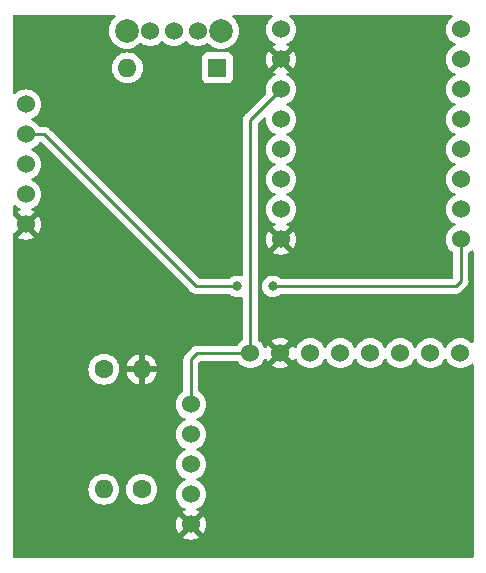
<source format=gbr>
%TF.GenerationSoftware,KiCad,Pcbnew,6.0.2+dfsg-1*%
%TF.CreationDate,2022-08-14T14:56:28+10:00*%
%TF.ProjectId,pcb,7063622e-6b69-4636-9164-5f7063625858,rev?*%
%TF.SameCoordinates,Original*%
%TF.FileFunction,Copper,L2,Bot*%
%TF.FilePolarity,Positive*%
%FSLAX46Y46*%
G04 Gerber Fmt 4.6, Leading zero omitted, Abs format (unit mm)*
G04 Created by KiCad (PCBNEW 6.0.2+dfsg-1) date 2022-08-14 14:56:28*
%MOMM*%
%LPD*%
G01*
G04 APERTURE LIST*
%TA.AperFunction,ComponentPad*%
%ADD10C,1.524000*%
%TD*%
%TA.AperFunction,WasherPad*%
%ADD11C,2.000000*%
%TD*%
%TA.AperFunction,ComponentPad*%
%ADD12C,1.600000*%
%TD*%
%TA.AperFunction,ComponentPad*%
%ADD13O,1.600000X1.600000*%
%TD*%
%TA.AperFunction,ComponentPad*%
%ADD14R,1.600000X1.600000*%
%TD*%
%TA.AperFunction,ViaPad*%
%ADD15C,0.800000*%
%TD*%
%TA.AperFunction,Conductor*%
%ADD16C,0.250000*%
%TD*%
G04 APERTURE END LIST*
D10*
%TO.P,SW1,3,C*%
%TO.N,Net-(SW1-Pad3)*%
X112125000Y-71875000D03*
%TO.P,SW1,2,B*%
%TO.N,Net-(U1-Pad4)*%
X114125000Y-71875000D03*
%TO.P,SW1,1,A*%
%TO.N,unconnected-(SW1-Pad1)*%
X116125000Y-71875000D03*
D11*
%TO.P,SW1,*%
%TO.N,*%
X118125000Y-71875000D03*
X110125000Y-71875000D03*
%TD*%
D10*
%TO.P,U5,1,VCC*%
%TO.N,/VCC*%
X120590000Y-99155000D03*
%TO.P,U5,2,GND*%
%TO.N,/GND*%
X123130000Y-99155000D03*
%TO.P,U5,3,DC*%
%TO.N,Net-(U5-Pad3)*%
X125670000Y-99155000D03*
%TO.P,U5,4,CS*%
%TO.N,Net-(U5-Pad4)*%
X128210000Y-99155000D03*
%TO.P,U5,5,CLK*%
%TO.N,Net-(U5-Pad5)*%
X130750000Y-99155000D03*
%TO.P,U5,6,DIN*%
%TO.N,Net-(U5-Pad6)*%
X133290000Y-99155000D03*
%TO.P,U5,7,RST*%
%TO.N,Net-(U5-Pad7)*%
X135830000Y-99155000D03*
%TO.P,U5,8,BUSY*%
%TO.N,Net-(U5-Pad8)*%
X138370000Y-99155000D03*
%TD*%
%TO.P,U3,1,VBUS*%
%TO.N,Net-(R1-Pad1)*%
X123190000Y-71755000D03*
%TO.P,U3,2,GND*%
%TO.N,/GND*%
X123190000Y-74295000D03*
%TO.P,U3,3,3V3*%
%TO.N,/VCC*%
X123190000Y-76835000D03*
%TO.P,U3,4,GP29*%
%TO.N,Net-(R1-Pad2)*%
X123190000Y-79375000D03*
%TO.P,U3,5,GP28*%
%TO.N,Net-(U2-Pad2)*%
X123190000Y-81915000D03*
%TO.P,U3,6,GP27*%
%TO.N,Net-(U2-Pad3)*%
X123190000Y-84455000D03*
%TO.P,U3,7,GP26*%
%TO.N,Net-(U2-Pad4)*%
X123190000Y-86995000D03*
%TO.P,U3,8,GND*%
%TO.N,/GND*%
X123190000Y-89535000D03*
%TO.P,U3,9,GP7*%
%TO.N,Net-(U3-Pad9)*%
X138430000Y-89535000D03*
%TO.P,U3,10,GP6*%
%TO.N,unconnected-(U3-Pad10)*%
X138430000Y-86995000D03*
%TO.P,U3,11,GP5*%
%TO.N,Net-(U5-Pad8)*%
X138430000Y-84455000D03*
%TO.P,U3,12,GP4*%
%TO.N,Net-(U5-Pad7)*%
X138430000Y-81915000D03*
%TO.P,U3,13,GP3*%
%TO.N,Net-(U5-Pad6)*%
X138430000Y-79375000D03*
%TO.P,U3,14,GP2*%
%TO.N,Net-(U5-Pad5)*%
X138430000Y-76835000D03*
%TO.P,U3,15,GP1*%
%TO.N,Net-(U5-Pad4)*%
X138430000Y-74295000D03*
%TO.P,U3,16,GP0*%
%TO.N,Net-(U5-Pad3)*%
X138430000Y-71755000D03*
%TD*%
D12*
%TO.P,R1,1*%
%TO.N,Net-(R1-Pad1)*%
X108200000Y-100520000D03*
D13*
%TO.P,R1,2*%
%TO.N,Net-(R1-Pad2)*%
X108200000Y-110680000D03*
%TD*%
D14*
%TO.P,D1,1,K*%
%TO.N,Net-(R1-Pad1)*%
X117810000Y-75000000D03*
D13*
%TO.P,D1,2,A*%
%TO.N,Net-(SW1-Pad3)*%
X110190000Y-75000000D03*
%TD*%
D10*
%TO.P,U1,1,GND*%
%TO.N,unconnected-(U1-Pad1)*%
X101600000Y-78105000D03*
%TO.P,U1,2,5V*%
%TO.N,Net-(U3-Pad9)*%
X101600000Y-80645000D03*
%TO.P,U1,3,CH*%
%TO.N,unconnected-(U1-Pad3)*%
X101600000Y-83185000D03*
%TO.P,U1,4,VBAT*%
%TO.N,Net-(U1-Pad4)*%
X101600000Y-85725000D03*
%TO.P,U1,5,GND*%
%TO.N,/GND*%
X101600000Y-88265000D03*
%TD*%
D13*
%TO.P,R2,2*%
%TO.N,/GND*%
X111400000Y-100520000D03*
D12*
%TO.P,R2,1*%
%TO.N,Net-(R1-Pad2)*%
X111400000Y-110680000D03*
%TD*%
D10*
%TO.P,U2,1,VCC*%
%TO.N,/VCC*%
X115570000Y-103505000D03*
%TO.P,U2,2,X*%
%TO.N,Net-(U2-Pad2)*%
X115570000Y-106045000D03*
%TO.P,U2,3,Y*%
%TO.N,Net-(U2-Pad3)*%
X115570000Y-108585000D03*
%TO.P,U2,4,Z*%
%TO.N,Net-(U2-Pad4)*%
X115570000Y-111125000D03*
%TO.P,U2,5,GND*%
%TO.N,/GND*%
X115570000Y-113665000D03*
%TD*%
D15*
%TO.N,Net-(U3-Pad9)*%
X119500000Y-93500000D03*
X122500000Y-93500000D03*
%TD*%
D16*
%TO.N,Net-(U3-Pad9)*%
X122500000Y-93500000D02*
X138000000Y-93500000D01*
X116000000Y-93500000D02*
X119500000Y-93500000D01*
X101600000Y-80645000D02*
X103145000Y-80645000D01*
X103145000Y-80645000D02*
X116000000Y-93500000D01*
X138000000Y-93500000D02*
X138430000Y-93070000D01*
X138430000Y-93070000D02*
X138430000Y-89535000D01*
%TO.N,/VCC*%
X120590000Y-99155000D02*
X120590000Y-79435000D01*
X116110000Y-99155000D02*
X120590000Y-99155000D01*
X115570000Y-99695000D02*
X116110000Y-99155000D01*
X115570000Y-103505000D02*
X115570000Y-99695000D01*
X120590000Y-79435000D02*
X123190000Y-76835000D01*
%TD*%
%TA.AperFunction,Conductor*%
%TO.N,/GND*%
G36*
X109129392Y-70528002D02*
G01*
X109175885Y-70581658D01*
X109185989Y-70651932D01*
X109156495Y-70716512D01*
X109143102Y-70729811D01*
X109058795Y-70801816D01*
X109055031Y-70805031D01*
X108900824Y-70985584D01*
X108898245Y-70989792D01*
X108898241Y-70989798D01*
X108838002Y-71088099D01*
X108776760Y-71188037D01*
X108685895Y-71407406D01*
X108630465Y-71638289D01*
X108611835Y-71875000D01*
X108630465Y-72111711D01*
X108631619Y-72116518D01*
X108631620Y-72116524D01*
X108666640Y-72262391D01*
X108685895Y-72342594D01*
X108687788Y-72347165D01*
X108687789Y-72347167D01*
X108706640Y-72392676D01*
X108776760Y-72561963D01*
X108779346Y-72566183D01*
X108898241Y-72760202D01*
X108898245Y-72760208D01*
X108900824Y-72764416D01*
X109055031Y-72944969D01*
X109235584Y-73099176D01*
X109239792Y-73101755D01*
X109239798Y-73101759D01*
X109390488Y-73194102D01*
X109438037Y-73223240D01*
X109442607Y-73225133D01*
X109442611Y-73225135D01*
X109652833Y-73312211D01*
X109657406Y-73314105D01*
X109737609Y-73333360D01*
X109883476Y-73368380D01*
X109883482Y-73368381D01*
X109888289Y-73369535D01*
X110125000Y-73388165D01*
X110361711Y-73369535D01*
X110366518Y-73368381D01*
X110366524Y-73368380D01*
X110512391Y-73333360D01*
X110592594Y-73314105D01*
X110597167Y-73312211D01*
X110807389Y-73225135D01*
X110807393Y-73225133D01*
X110811963Y-73223240D01*
X110859512Y-73194102D01*
X111010202Y-73101759D01*
X111010208Y-73101755D01*
X111014416Y-73099176D01*
X111151829Y-72981814D01*
X111191205Y-72948184D01*
X111191207Y-72948182D01*
X111194969Y-72944969D01*
X111211600Y-72925497D01*
X111271049Y-72886689D01*
X111342043Y-72886183D01*
X111379679Y-72904116D01*
X111482809Y-72976328D01*
X111482814Y-72976331D01*
X111487323Y-72979488D01*
X111492305Y-72981811D01*
X111492310Y-72981814D01*
X111596403Y-73030353D01*
X111688804Y-73073440D01*
X111694112Y-73074862D01*
X111694114Y-73074863D01*
X111759108Y-73092278D01*
X111903537Y-73130978D01*
X112125000Y-73150353D01*
X112346463Y-73130978D01*
X112490892Y-73092278D01*
X112555886Y-73074863D01*
X112555888Y-73074862D01*
X112561196Y-73073440D01*
X112653597Y-73030353D01*
X112757690Y-72981814D01*
X112757695Y-72981811D01*
X112762677Y-72979488D01*
X112902721Y-72881428D01*
X112940270Y-72855136D01*
X112940273Y-72855134D01*
X112944781Y-72851977D01*
X113035905Y-72760853D01*
X113098217Y-72726827D01*
X113169032Y-72731892D01*
X113214095Y-72760853D01*
X113305219Y-72851977D01*
X113309727Y-72855134D01*
X113309730Y-72855136D01*
X113347279Y-72881428D01*
X113487323Y-72979488D01*
X113492305Y-72981811D01*
X113492310Y-72981814D01*
X113596403Y-73030353D01*
X113688804Y-73073440D01*
X113694112Y-73074862D01*
X113694114Y-73074863D01*
X113759108Y-73092278D01*
X113903537Y-73130978D01*
X114125000Y-73150353D01*
X114346463Y-73130978D01*
X114490892Y-73092278D01*
X114555886Y-73074863D01*
X114555888Y-73074862D01*
X114561196Y-73073440D01*
X114653597Y-73030353D01*
X114757690Y-72981814D01*
X114757695Y-72981811D01*
X114762677Y-72979488D01*
X114902721Y-72881428D01*
X114940270Y-72855136D01*
X114940273Y-72855134D01*
X114944781Y-72851977D01*
X115035905Y-72760853D01*
X115098217Y-72726827D01*
X115169032Y-72731892D01*
X115214095Y-72760853D01*
X115305219Y-72851977D01*
X115309727Y-72855134D01*
X115309730Y-72855136D01*
X115347279Y-72881428D01*
X115487323Y-72979488D01*
X115492305Y-72981811D01*
X115492310Y-72981814D01*
X115596403Y-73030353D01*
X115688804Y-73073440D01*
X115694112Y-73074862D01*
X115694114Y-73074863D01*
X115759108Y-73092278D01*
X115903537Y-73130978D01*
X116125000Y-73150353D01*
X116346463Y-73130978D01*
X116490892Y-73092278D01*
X116555886Y-73074863D01*
X116555888Y-73074862D01*
X116561196Y-73073440D01*
X116653597Y-73030353D01*
X116757690Y-72981814D01*
X116757695Y-72981811D01*
X116762677Y-72979488D01*
X116767186Y-72976331D01*
X116767191Y-72976328D01*
X116870321Y-72904116D01*
X116937595Y-72881428D01*
X117006455Y-72898713D01*
X117038399Y-72925496D01*
X117055031Y-72944969D01*
X117058793Y-72948182D01*
X117058795Y-72948184D01*
X117098171Y-72981814D01*
X117235584Y-73099176D01*
X117239792Y-73101755D01*
X117239798Y-73101759D01*
X117390488Y-73194102D01*
X117438037Y-73223240D01*
X117442607Y-73225133D01*
X117442611Y-73225135D01*
X117652833Y-73312211D01*
X117657406Y-73314105D01*
X117737609Y-73333360D01*
X117883476Y-73368380D01*
X117883482Y-73368381D01*
X117888289Y-73369535D01*
X118125000Y-73388165D01*
X118361711Y-73369535D01*
X118366518Y-73368381D01*
X118366524Y-73368380D01*
X118512391Y-73333360D01*
X118592594Y-73314105D01*
X118597167Y-73312211D01*
X118807389Y-73225135D01*
X118807393Y-73225133D01*
X118811963Y-73223240D01*
X118859512Y-73194102D01*
X119010202Y-73101759D01*
X119010208Y-73101755D01*
X119014416Y-73099176D01*
X119194969Y-72944969D01*
X119349176Y-72764416D01*
X119351755Y-72760208D01*
X119351759Y-72760202D01*
X119470654Y-72566183D01*
X119473240Y-72561963D01*
X119543361Y-72392676D01*
X119562211Y-72347167D01*
X119562212Y-72347165D01*
X119564105Y-72342594D01*
X119583360Y-72262391D01*
X119618380Y-72116524D01*
X119618381Y-72116518D01*
X119619535Y-72111711D01*
X119638165Y-71875000D01*
X119619535Y-71638289D01*
X119564105Y-71407406D01*
X119473240Y-71188037D01*
X119411998Y-71088099D01*
X119351759Y-70989798D01*
X119351755Y-70989792D01*
X119349176Y-70985584D01*
X119194969Y-70805031D01*
X119191205Y-70801816D01*
X119106898Y-70729811D01*
X119068089Y-70670360D01*
X119067583Y-70599366D01*
X119105539Y-70539367D01*
X119169908Y-70509414D01*
X119188729Y-70508000D01*
X122356231Y-70508000D01*
X122424352Y-70528002D01*
X122470845Y-70581658D01*
X122480949Y-70651932D01*
X122451455Y-70716512D01*
X122428501Y-70737213D01*
X122374735Y-70774860D01*
X122374729Y-70774865D01*
X122370219Y-70778023D01*
X122213023Y-70935219D01*
X122209866Y-70939727D01*
X122209864Y-70939730D01*
X122088669Y-71112815D01*
X122085512Y-71117324D01*
X122083189Y-71122306D01*
X122083186Y-71122311D01*
X122050405Y-71192611D01*
X121991560Y-71318804D01*
X121934022Y-71533537D01*
X121914647Y-71755000D01*
X121934022Y-71976463D01*
X121991560Y-72191196D01*
X121993882Y-72196177D01*
X121993883Y-72196178D01*
X122083186Y-72387689D01*
X122083189Y-72387694D01*
X122085512Y-72392676D01*
X122088668Y-72397183D01*
X122088669Y-72397185D01*
X122207003Y-72566183D01*
X122213023Y-72574781D01*
X122370219Y-72731977D01*
X122374727Y-72735134D01*
X122374730Y-72735136D01*
X122421915Y-72768175D01*
X122552323Y-72859488D01*
X122557305Y-72861811D01*
X122557310Y-72861814D01*
X122662965Y-72911081D01*
X122716250Y-72957998D01*
X122735711Y-73026275D01*
X122715169Y-73094235D01*
X122662965Y-73139471D01*
X122557559Y-73188623D01*
X122548068Y-73194103D01*
X122504235Y-73224794D01*
X122495860Y-73235271D01*
X122502928Y-73248718D01*
X123177188Y-73922978D01*
X123191132Y-73930592D01*
X123192965Y-73930461D01*
X123199580Y-73926210D01*
X123877793Y-73247997D01*
X123884223Y-73236223D01*
X123874926Y-73224207D01*
X123831931Y-73194102D01*
X123822445Y-73188624D01*
X123717035Y-73139471D01*
X123663750Y-73092554D01*
X123644289Y-73024277D01*
X123664831Y-72956317D01*
X123717035Y-72911081D01*
X123822690Y-72861814D01*
X123822695Y-72861811D01*
X123827677Y-72859488D01*
X123958085Y-72768175D01*
X124005270Y-72735136D01*
X124005273Y-72735134D01*
X124009781Y-72731977D01*
X124166977Y-72574781D01*
X124172998Y-72566183D01*
X124291331Y-72397185D01*
X124291332Y-72397183D01*
X124294488Y-72392676D01*
X124296811Y-72387694D01*
X124296814Y-72387689D01*
X124386117Y-72196178D01*
X124386118Y-72196177D01*
X124388440Y-72191196D01*
X124445978Y-71976463D01*
X124465353Y-71755000D01*
X124445978Y-71533537D01*
X124388440Y-71318804D01*
X124329595Y-71192611D01*
X124296814Y-71122311D01*
X124296811Y-71122306D01*
X124294488Y-71117324D01*
X124291331Y-71112815D01*
X124170136Y-70939730D01*
X124170134Y-70939727D01*
X124166977Y-70935219D01*
X124009781Y-70778023D01*
X124005271Y-70774865D01*
X124005265Y-70774860D01*
X123951499Y-70737213D01*
X123907170Y-70681756D01*
X123899861Y-70611137D01*
X123931891Y-70547776D01*
X123993093Y-70511791D01*
X124023769Y-70508000D01*
X137596231Y-70508000D01*
X137664352Y-70528002D01*
X137710845Y-70581658D01*
X137720949Y-70651932D01*
X137691455Y-70716512D01*
X137668501Y-70737213D01*
X137614735Y-70774860D01*
X137614729Y-70774865D01*
X137610219Y-70778023D01*
X137453023Y-70935219D01*
X137449866Y-70939727D01*
X137449864Y-70939730D01*
X137328669Y-71112815D01*
X137325512Y-71117324D01*
X137323189Y-71122306D01*
X137323186Y-71122311D01*
X137290405Y-71192611D01*
X137231560Y-71318804D01*
X137174022Y-71533537D01*
X137154647Y-71755000D01*
X137174022Y-71976463D01*
X137231560Y-72191196D01*
X137233882Y-72196177D01*
X137233883Y-72196178D01*
X137323186Y-72387689D01*
X137323189Y-72387694D01*
X137325512Y-72392676D01*
X137328668Y-72397183D01*
X137328669Y-72397185D01*
X137447003Y-72566183D01*
X137453023Y-72574781D01*
X137610219Y-72731977D01*
X137614727Y-72735134D01*
X137614730Y-72735136D01*
X137661915Y-72768175D01*
X137792323Y-72859488D01*
X137797305Y-72861811D01*
X137797310Y-72861814D01*
X137902373Y-72910805D01*
X137955658Y-72957722D01*
X137975119Y-73025999D01*
X137954577Y-73093959D01*
X137902373Y-73139195D01*
X137797311Y-73188186D01*
X137797306Y-73188189D01*
X137792324Y-73190512D01*
X137787817Y-73193668D01*
X137787815Y-73193669D01*
X137614730Y-73314864D01*
X137614727Y-73314866D01*
X137610219Y-73318023D01*
X137453023Y-73475219D01*
X137449866Y-73479727D01*
X137449864Y-73479730D01*
X137328669Y-73652815D01*
X137325512Y-73657324D01*
X137323189Y-73662306D01*
X137323186Y-73662311D01*
X137244358Y-73831358D01*
X137231560Y-73858804D01*
X137174022Y-74073537D01*
X137154647Y-74295000D01*
X137174022Y-74516463D01*
X137231560Y-74731196D01*
X137233882Y-74736177D01*
X137233883Y-74736178D01*
X137323186Y-74927689D01*
X137323189Y-74927694D01*
X137325512Y-74932676D01*
X137328668Y-74937183D01*
X137328669Y-74937185D01*
X137372653Y-75000000D01*
X137453023Y-75114781D01*
X137610219Y-75271977D01*
X137614727Y-75275134D01*
X137614730Y-75275136D01*
X137685885Y-75324959D01*
X137792323Y-75399488D01*
X137797305Y-75401811D01*
X137797310Y-75401814D01*
X137902373Y-75450805D01*
X137955658Y-75497722D01*
X137975119Y-75565999D01*
X137954577Y-75633959D01*
X137902373Y-75679195D01*
X137797311Y-75728186D01*
X137797306Y-75728189D01*
X137792324Y-75730512D01*
X137787817Y-75733668D01*
X137787815Y-75733669D01*
X137614730Y-75854864D01*
X137614727Y-75854866D01*
X137610219Y-75858023D01*
X137453023Y-76015219D01*
X137449866Y-76019727D01*
X137449864Y-76019730D01*
X137349363Y-76163261D01*
X137325512Y-76197324D01*
X137323189Y-76202306D01*
X137323186Y-76202311D01*
X137271562Y-76313019D01*
X137231560Y-76398804D01*
X137174022Y-76613537D01*
X137154647Y-76835000D01*
X137174022Y-77056463D01*
X137231560Y-77271196D01*
X137233882Y-77276177D01*
X137233883Y-77276178D01*
X137323186Y-77467689D01*
X137323189Y-77467694D01*
X137325512Y-77472676D01*
X137453023Y-77654781D01*
X137610219Y-77811977D01*
X137614727Y-77815134D01*
X137614730Y-77815136D01*
X137685885Y-77864959D01*
X137792323Y-77939488D01*
X137797305Y-77941811D01*
X137797310Y-77941814D01*
X137902373Y-77990805D01*
X137955658Y-78037722D01*
X137975119Y-78105999D01*
X137954577Y-78173959D01*
X137902373Y-78219195D01*
X137797311Y-78268186D01*
X137797306Y-78268189D01*
X137792324Y-78270512D01*
X137787817Y-78273668D01*
X137787815Y-78273669D01*
X137614730Y-78394864D01*
X137614727Y-78394866D01*
X137610219Y-78398023D01*
X137453023Y-78555219D01*
X137325512Y-78737324D01*
X137323189Y-78742306D01*
X137323186Y-78742311D01*
X137239826Y-78921078D01*
X137231560Y-78938804D01*
X137174022Y-79153537D01*
X137154647Y-79375000D01*
X137174022Y-79596463D01*
X137231560Y-79811196D01*
X137233882Y-79816177D01*
X137233883Y-79816178D01*
X137323186Y-80007689D01*
X137323189Y-80007694D01*
X137325512Y-80012676D01*
X137328668Y-80017183D01*
X137328669Y-80017185D01*
X137449687Y-80190016D01*
X137453023Y-80194781D01*
X137610219Y-80351977D01*
X137614727Y-80355134D01*
X137614730Y-80355136D01*
X137685885Y-80404959D01*
X137792323Y-80479488D01*
X137797305Y-80481811D01*
X137797310Y-80481814D01*
X137902373Y-80530805D01*
X137955658Y-80577722D01*
X137975119Y-80645999D01*
X137954577Y-80713959D01*
X137902373Y-80759195D01*
X137797311Y-80808186D01*
X137797306Y-80808189D01*
X137792324Y-80810512D01*
X137787817Y-80813668D01*
X137787815Y-80813669D01*
X137614730Y-80934864D01*
X137614727Y-80934866D01*
X137610219Y-80938023D01*
X137453023Y-81095219D01*
X137325512Y-81277324D01*
X137323189Y-81282306D01*
X137323186Y-81282311D01*
X137238099Y-81464781D01*
X137231560Y-81478804D01*
X137174022Y-81693537D01*
X137154647Y-81915000D01*
X137174022Y-82136463D01*
X137231560Y-82351196D01*
X137233882Y-82356177D01*
X137233883Y-82356178D01*
X137323186Y-82547689D01*
X137323189Y-82547694D01*
X137325512Y-82552676D01*
X137453023Y-82734781D01*
X137610219Y-82891977D01*
X137614727Y-82895134D01*
X137614730Y-82895136D01*
X137685885Y-82944959D01*
X137792323Y-83019488D01*
X137797305Y-83021811D01*
X137797310Y-83021814D01*
X137902373Y-83070805D01*
X137955658Y-83117722D01*
X137975119Y-83185999D01*
X137954577Y-83253959D01*
X137902373Y-83299195D01*
X137797311Y-83348186D01*
X137797306Y-83348189D01*
X137792324Y-83350512D01*
X137787817Y-83353668D01*
X137787815Y-83353669D01*
X137614730Y-83474864D01*
X137614727Y-83474866D01*
X137610219Y-83478023D01*
X137453023Y-83635219D01*
X137325512Y-83817324D01*
X137323189Y-83822306D01*
X137323186Y-83822311D01*
X137238099Y-84004781D01*
X137231560Y-84018804D01*
X137174022Y-84233537D01*
X137154647Y-84455000D01*
X137174022Y-84676463D01*
X137231560Y-84891196D01*
X137233882Y-84896177D01*
X137233883Y-84896178D01*
X137323186Y-85087689D01*
X137323189Y-85087694D01*
X137325512Y-85092676D01*
X137453023Y-85274781D01*
X137610219Y-85431977D01*
X137614727Y-85435134D01*
X137614730Y-85435136D01*
X137685885Y-85484959D01*
X137792323Y-85559488D01*
X137797305Y-85561811D01*
X137797310Y-85561814D01*
X137902373Y-85610805D01*
X137955658Y-85657722D01*
X137975119Y-85725999D01*
X137954577Y-85793959D01*
X137902373Y-85839195D01*
X137797311Y-85888186D01*
X137797306Y-85888189D01*
X137792324Y-85890512D01*
X137787817Y-85893668D01*
X137787815Y-85893669D01*
X137614730Y-86014864D01*
X137614727Y-86014866D01*
X137610219Y-86018023D01*
X137453023Y-86175219D01*
X137325512Y-86357324D01*
X137323189Y-86362306D01*
X137323186Y-86362311D01*
X137238099Y-86544781D01*
X137231560Y-86558804D01*
X137174022Y-86773537D01*
X137154647Y-86995000D01*
X137174022Y-87216463D01*
X137231560Y-87431196D01*
X137233882Y-87436177D01*
X137233883Y-87436178D01*
X137323186Y-87627689D01*
X137323189Y-87627694D01*
X137325512Y-87632676D01*
X137453023Y-87814781D01*
X137610219Y-87971977D01*
X137614727Y-87975134D01*
X137614730Y-87975136D01*
X137685885Y-88024959D01*
X137792323Y-88099488D01*
X137797305Y-88101811D01*
X137797310Y-88101814D01*
X137902373Y-88150805D01*
X137955658Y-88197722D01*
X137975119Y-88265999D01*
X137954577Y-88333959D01*
X137902373Y-88379195D01*
X137797311Y-88428186D01*
X137797306Y-88428189D01*
X137792324Y-88430512D01*
X137787817Y-88433668D01*
X137787815Y-88433669D01*
X137614730Y-88554864D01*
X137614727Y-88554866D01*
X137610219Y-88558023D01*
X137453023Y-88715219D01*
X137449866Y-88719727D01*
X137449864Y-88719730D01*
X137328669Y-88892815D01*
X137325512Y-88897324D01*
X137323189Y-88902306D01*
X137323186Y-88902311D01*
X137254327Y-89049980D01*
X137231560Y-89098804D01*
X137174022Y-89313537D01*
X137154647Y-89535000D01*
X137174022Y-89756463D01*
X137231560Y-89971196D01*
X137233882Y-89976177D01*
X137233883Y-89976178D01*
X137323186Y-90167689D01*
X137323189Y-90167694D01*
X137325512Y-90172676D01*
X137328668Y-90177183D01*
X137328669Y-90177185D01*
X137365107Y-90229223D01*
X137453023Y-90354781D01*
X137610219Y-90511977D01*
X137614727Y-90515134D01*
X137614730Y-90515136D01*
X137742771Y-90604791D01*
X137787099Y-90660248D01*
X137796500Y-90708004D01*
X137796500Y-92740500D01*
X137776498Y-92808621D01*
X137722842Y-92855114D01*
X137670500Y-92866500D01*
X123208200Y-92866500D01*
X123140079Y-92846498D01*
X123120853Y-92830157D01*
X123120580Y-92830460D01*
X123115668Y-92826037D01*
X123111253Y-92821134D01*
X122956752Y-92708882D01*
X122950724Y-92706198D01*
X122950722Y-92706197D01*
X122788319Y-92633891D01*
X122788318Y-92633891D01*
X122782288Y-92631206D01*
X122688888Y-92611353D01*
X122601944Y-92592872D01*
X122601939Y-92592872D01*
X122595487Y-92591500D01*
X122404513Y-92591500D01*
X122398061Y-92592872D01*
X122398056Y-92592872D01*
X122311113Y-92611353D01*
X122217712Y-92631206D01*
X122211682Y-92633891D01*
X122211681Y-92633891D01*
X122049278Y-92706197D01*
X122049276Y-92706198D01*
X122043248Y-92708882D01*
X121888747Y-92821134D01*
X121760960Y-92963056D01*
X121665473Y-93128444D01*
X121606458Y-93310072D01*
X121605768Y-93316633D01*
X121605768Y-93316635D01*
X121588855Y-93477551D01*
X121586496Y-93500000D01*
X121606458Y-93689928D01*
X121665473Y-93871556D01*
X121668776Y-93877278D01*
X121668777Y-93877279D01*
X121685947Y-93907018D01*
X121760960Y-94036944D01*
X121765378Y-94041851D01*
X121765379Y-94041852D01*
X121851905Y-94137949D01*
X121888747Y-94178866D01*
X122043248Y-94291118D01*
X122049276Y-94293802D01*
X122049278Y-94293803D01*
X122204761Y-94363028D01*
X122217712Y-94368794D01*
X122311113Y-94388647D01*
X122398056Y-94407128D01*
X122398061Y-94407128D01*
X122404513Y-94408500D01*
X122595487Y-94408500D01*
X122601939Y-94407128D01*
X122601944Y-94407128D01*
X122688887Y-94388647D01*
X122782288Y-94368794D01*
X122795239Y-94363028D01*
X122950722Y-94293803D01*
X122950724Y-94293802D01*
X122956752Y-94291118D01*
X123111253Y-94178866D01*
X123115668Y-94173963D01*
X123120580Y-94169540D01*
X123121705Y-94170789D01*
X123175014Y-94137949D01*
X123208200Y-94133500D01*
X137921233Y-94133500D01*
X137932416Y-94134027D01*
X137939909Y-94135702D01*
X137947835Y-94135453D01*
X137947836Y-94135453D01*
X138007986Y-94133562D01*
X138011945Y-94133500D01*
X138039856Y-94133500D01*
X138043791Y-94133003D01*
X138043856Y-94132995D01*
X138055693Y-94132062D01*
X138087951Y-94131048D01*
X138091970Y-94130922D01*
X138099889Y-94130673D01*
X138119343Y-94125021D01*
X138138700Y-94121013D01*
X138150930Y-94119468D01*
X138150931Y-94119468D01*
X138158797Y-94118474D01*
X138166168Y-94115555D01*
X138166170Y-94115555D01*
X138199912Y-94102196D01*
X138211142Y-94098351D01*
X138245983Y-94088229D01*
X138245984Y-94088229D01*
X138253593Y-94086018D01*
X138260412Y-94081985D01*
X138260417Y-94081983D01*
X138271028Y-94075707D01*
X138288776Y-94067012D01*
X138307617Y-94059552D01*
X138327987Y-94044753D01*
X138343387Y-94033564D01*
X138353307Y-94027048D01*
X138380175Y-94011158D01*
X138391362Y-94004542D01*
X138396969Y-93998936D01*
X138405685Y-93990220D01*
X138420719Y-93977379D01*
X138430695Y-93970131D01*
X138430696Y-93970130D01*
X138437107Y-93965472D01*
X138465288Y-93931407D01*
X138473278Y-93922626D01*
X138822259Y-93573646D01*
X138830537Y-93566113D01*
X138837018Y-93562000D01*
X138883630Y-93512362D01*
X138886385Y-93509519D01*
X138903334Y-93492571D01*
X138906135Y-93489770D01*
X138908615Y-93486573D01*
X138916320Y-93477551D01*
X138941159Y-93451100D01*
X138946586Y-93445321D01*
X138950405Y-93438375D01*
X138950407Y-93438372D01*
X138956348Y-93427566D01*
X138967199Y-93411047D01*
X138974758Y-93401301D01*
X138979614Y-93395041D01*
X138982759Y-93387772D01*
X138982762Y-93387768D01*
X138997174Y-93354463D01*
X139002391Y-93343813D01*
X139023695Y-93305060D01*
X139028733Y-93285437D01*
X139035137Y-93266734D01*
X139040033Y-93255420D01*
X139040033Y-93255419D01*
X139043181Y-93248145D01*
X139044420Y-93240322D01*
X139044423Y-93240312D01*
X139050099Y-93204476D01*
X139052505Y-93192856D01*
X139061528Y-93157711D01*
X139061528Y-93157710D01*
X139063500Y-93150030D01*
X139063500Y-93129776D01*
X139065051Y-93110065D01*
X139066980Y-93097886D01*
X139068220Y-93090057D01*
X139064059Y-93046038D01*
X139063500Y-93034181D01*
X139063500Y-90708004D01*
X139083502Y-90639883D01*
X139117229Y-90604791D01*
X139245270Y-90515136D01*
X139245273Y-90515134D01*
X139249781Y-90511977D01*
X139276905Y-90484853D01*
X139339217Y-90450827D01*
X139410032Y-90455892D01*
X139466868Y-90498439D01*
X139491679Y-90564959D01*
X139492000Y-90573948D01*
X139492000Y-98176052D01*
X139471998Y-98244173D01*
X139418342Y-98290666D01*
X139348068Y-98300770D01*
X139283488Y-98271276D01*
X139276905Y-98265147D01*
X139189781Y-98178023D01*
X139185273Y-98174866D01*
X139185270Y-98174864D01*
X139109505Y-98121813D01*
X139007677Y-98050512D01*
X139002695Y-98048189D01*
X139002690Y-98048186D01*
X138811178Y-97958883D01*
X138811177Y-97958882D01*
X138806196Y-97956560D01*
X138800888Y-97955138D01*
X138800886Y-97955137D01*
X138735051Y-97937497D01*
X138591463Y-97899022D01*
X138370000Y-97879647D01*
X138148537Y-97899022D01*
X138004949Y-97937497D01*
X137939114Y-97955137D01*
X137939112Y-97955138D01*
X137933804Y-97956560D01*
X137928823Y-97958882D01*
X137928822Y-97958883D01*
X137737311Y-98048186D01*
X137737306Y-98048189D01*
X137732324Y-98050512D01*
X137727817Y-98053668D01*
X137727815Y-98053669D01*
X137554730Y-98174864D01*
X137554727Y-98174866D01*
X137550219Y-98178023D01*
X137393023Y-98335219D01*
X137389866Y-98339727D01*
X137389864Y-98339730D01*
X137268669Y-98512815D01*
X137265512Y-98517324D01*
X137263189Y-98522306D01*
X137263186Y-98522311D01*
X137214195Y-98627373D01*
X137167277Y-98680658D01*
X137099000Y-98700119D01*
X137031040Y-98679577D01*
X136985805Y-98627373D01*
X136936814Y-98522311D01*
X136936811Y-98522306D01*
X136934488Y-98517324D01*
X136931331Y-98512815D01*
X136810136Y-98339730D01*
X136810134Y-98339727D01*
X136806977Y-98335219D01*
X136649781Y-98178023D01*
X136645273Y-98174866D01*
X136645270Y-98174864D01*
X136569505Y-98121813D01*
X136467677Y-98050512D01*
X136462695Y-98048189D01*
X136462690Y-98048186D01*
X136271178Y-97958883D01*
X136271177Y-97958882D01*
X136266196Y-97956560D01*
X136260888Y-97955138D01*
X136260886Y-97955137D01*
X136195051Y-97937497D01*
X136051463Y-97899022D01*
X135830000Y-97879647D01*
X135608537Y-97899022D01*
X135464949Y-97937497D01*
X135399114Y-97955137D01*
X135399112Y-97955138D01*
X135393804Y-97956560D01*
X135388823Y-97958882D01*
X135388822Y-97958883D01*
X135197311Y-98048186D01*
X135197306Y-98048189D01*
X135192324Y-98050512D01*
X135187817Y-98053668D01*
X135187815Y-98053669D01*
X135014730Y-98174864D01*
X135014727Y-98174866D01*
X135010219Y-98178023D01*
X134853023Y-98335219D01*
X134849866Y-98339727D01*
X134849864Y-98339730D01*
X134728669Y-98512815D01*
X134725512Y-98517324D01*
X134723189Y-98522306D01*
X134723186Y-98522311D01*
X134674195Y-98627373D01*
X134627277Y-98680658D01*
X134559000Y-98700119D01*
X134491040Y-98679577D01*
X134445805Y-98627373D01*
X134396814Y-98522311D01*
X134396811Y-98522306D01*
X134394488Y-98517324D01*
X134391331Y-98512815D01*
X134270136Y-98339730D01*
X134270134Y-98339727D01*
X134266977Y-98335219D01*
X134109781Y-98178023D01*
X134105273Y-98174866D01*
X134105270Y-98174864D01*
X134029505Y-98121813D01*
X133927677Y-98050512D01*
X133922695Y-98048189D01*
X133922690Y-98048186D01*
X133731178Y-97958883D01*
X133731177Y-97958882D01*
X133726196Y-97956560D01*
X133720888Y-97955138D01*
X133720886Y-97955137D01*
X133655051Y-97937497D01*
X133511463Y-97899022D01*
X133290000Y-97879647D01*
X133068537Y-97899022D01*
X132924949Y-97937497D01*
X132859114Y-97955137D01*
X132859112Y-97955138D01*
X132853804Y-97956560D01*
X132848823Y-97958882D01*
X132848822Y-97958883D01*
X132657311Y-98048186D01*
X132657306Y-98048189D01*
X132652324Y-98050512D01*
X132647817Y-98053668D01*
X132647815Y-98053669D01*
X132474730Y-98174864D01*
X132474727Y-98174866D01*
X132470219Y-98178023D01*
X132313023Y-98335219D01*
X132309866Y-98339727D01*
X132309864Y-98339730D01*
X132188669Y-98512815D01*
X132185512Y-98517324D01*
X132183189Y-98522306D01*
X132183186Y-98522311D01*
X132134195Y-98627373D01*
X132087277Y-98680658D01*
X132019000Y-98700119D01*
X131951040Y-98679577D01*
X131905805Y-98627373D01*
X131856814Y-98522311D01*
X131856811Y-98522306D01*
X131854488Y-98517324D01*
X131851331Y-98512815D01*
X131730136Y-98339730D01*
X131730134Y-98339727D01*
X131726977Y-98335219D01*
X131569781Y-98178023D01*
X131565273Y-98174866D01*
X131565270Y-98174864D01*
X131489505Y-98121813D01*
X131387677Y-98050512D01*
X131382695Y-98048189D01*
X131382690Y-98048186D01*
X131191178Y-97958883D01*
X131191177Y-97958882D01*
X131186196Y-97956560D01*
X131180888Y-97955138D01*
X131180886Y-97955137D01*
X131115051Y-97937497D01*
X130971463Y-97899022D01*
X130750000Y-97879647D01*
X130528537Y-97899022D01*
X130384949Y-97937497D01*
X130319114Y-97955137D01*
X130319112Y-97955138D01*
X130313804Y-97956560D01*
X130308823Y-97958882D01*
X130308822Y-97958883D01*
X130117311Y-98048186D01*
X130117306Y-98048189D01*
X130112324Y-98050512D01*
X130107817Y-98053668D01*
X130107815Y-98053669D01*
X129934730Y-98174864D01*
X129934727Y-98174866D01*
X129930219Y-98178023D01*
X129773023Y-98335219D01*
X129769866Y-98339727D01*
X129769864Y-98339730D01*
X129648669Y-98512815D01*
X129645512Y-98517324D01*
X129643189Y-98522306D01*
X129643186Y-98522311D01*
X129594195Y-98627373D01*
X129547277Y-98680658D01*
X129479000Y-98700119D01*
X129411040Y-98679577D01*
X129365805Y-98627373D01*
X129316814Y-98522311D01*
X129316811Y-98522306D01*
X129314488Y-98517324D01*
X129311331Y-98512815D01*
X129190136Y-98339730D01*
X129190134Y-98339727D01*
X129186977Y-98335219D01*
X129029781Y-98178023D01*
X129025273Y-98174866D01*
X129025270Y-98174864D01*
X128949505Y-98121813D01*
X128847677Y-98050512D01*
X128842695Y-98048189D01*
X128842690Y-98048186D01*
X128651178Y-97958883D01*
X128651177Y-97958882D01*
X128646196Y-97956560D01*
X128640888Y-97955138D01*
X128640886Y-97955137D01*
X128575051Y-97937497D01*
X128431463Y-97899022D01*
X128210000Y-97879647D01*
X127988537Y-97899022D01*
X127844949Y-97937497D01*
X127779114Y-97955137D01*
X127779112Y-97955138D01*
X127773804Y-97956560D01*
X127768823Y-97958882D01*
X127768822Y-97958883D01*
X127577311Y-98048186D01*
X127577306Y-98048189D01*
X127572324Y-98050512D01*
X127567817Y-98053668D01*
X127567815Y-98053669D01*
X127394730Y-98174864D01*
X127394727Y-98174866D01*
X127390219Y-98178023D01*
X127233023Y-98335219D01*
X127229866Y-98339727D01*
X127229864Y-98339730D01*
X127108669Y-98512815D01*
X127105512Y-98517324D01*
X127103189Y-98522306D01*
X127103186Y-98522311D01*
X127054195Y-98627373D01*
X127007277Y-98680658D01*
X126939000Y-98700119D01*
X126871040Y-98679577D01*
X126825805Y-98627373D01*
X126776814Y-98522311D01*
X126776811Y-98522306D01*
X126774488Y-98517324D01*
X126771331Y-98512815D01*
X126650136Y-98339730D01*
X126650134Y-98339727D01*
X126646977Y-98335219D01*
X126489781Y-98178023D01*
X126485273Y-98174866D01*
X126485270Y-98174864D01*
X126409505Y-98121813D01*
X126307677Y-98050512D01*
X126302695Y-98048189D01*
X126302690Y-98048186D01*
X126111178Y-97958883D01*
X126111177Y-97958882D01*
X126106196Y-97956560D01*
X126100888Y-97955138D01*
X126100886Y-97955137D01*
X126035051Y-97937497D01*
X125891463Y-97899022D01*
X125670000Y-97879647D01*
X125448537Y-97899022D01*
X125304949Y-97937497D01*
X125239114Y-97955137D01*
X125239112Y-97955138D01*
X125233804Y-97956560D01*
X125228823Y-97958882D01*
X125228822Y-97958883D01*
X125037311Y-98048186D01*
X125037306Y-98048189D01*
X125032324Y-98050512D01*
X125027817Y-98053668D01*
X125027815Y-98053669D01*
X124854730Y-98174864D01*
X124854727Y-98174866D01*
X124850219Y-98178023D01*
X124693023Y-98335219D01*
X124689866Y-98339727D01*
X124689864Y-98339730D01*
X124568669Y-98512815D01*
X124565512Y-98517324D01*
X124563189Y-98522306D01*
X124563186Y-98522311D01*
X124513919Y-98627965D01*
X124467001Y-98681250D01*
X124398724Y-98700711D01*
X124330764Y-98680169D01*
X124285529Y-98627965D01*
X124236377Y-98522559D01*
X124230897Y-98513068D01*
X124200206Y-98469235D01*
X124189729Y-98460860D01*
X124176282Y-98467928D01*
X123502022Y-99142188D01*
X123494408Y-99156132D01*
X123494539Y-99157965D01*
X123498790Y-99164580D01*
X124177003Y-99842793D01*
X124188777Y-99849223D01*
X124200793Y-99839926D01*
X124230897Y-99796932D01*
X124236377Y-99787441D01*
X124285529Y-99682035D01*
X124332447Y-99628750D01*
X124400724Y-99609289D01*
X124468684Y-99629831D01*
X124513919Y-99682035D01*
X124563186Y-99787689D01*
X124563189Y-99787694D01*
X124565512Y-99792676D01*
X124568668Y-99797183D01*
X124568669Y-99797185D01*
X124680856Y-99957404D01*
X124693023Y-99974781D01*
X124850219Y-100131977D01*
X124854727Y-100135134D01*
X124854730Y-100135136D01*
X124930495Y-100188187D01*
X125032323Y-100259488D01*
X125037305Y-100261811D01*
X125037310Y-100261814D01*
X125227810Y-100350645D01*
X125233804Y-100353440D01*
X125239112Y-100354862D01*
X125239114Y-100354863D01*
X125304949Y-100372503D01*
X125448537Y-100410978D01*
X125670000Y-100430353D01*
X125891463Y-100410978D01*
X126035051Y-100372503D01*
X126100886Y-100354863D01*
X126100888Y-100354862D01*
X126106196Y-100353440D01*
X126112190Y-100350645D01*
X126302690Y-100261814D01*
X126302695Y-100261811D01*
X126307677Y-100259488D01*
X126409505Y-100188187D01*
X126485270Y-100135136D01*
X126485273Y-100135134D01*
X126489781Y-100131977D01*
X126646977Y-99974781D01*
X126659145Y-99957404D01*
X126771331Y-99797185D01*
X126771332Y-99797183D01*
X126774488Y-99792676D01*
X126776811Y-99787694D01*
X126776814Y-99787689D01*
X126825805Y-99682627D01*
X126872723Y-99629342D01*
X126941000Y-99609881D01*
X127008960Y-99630423D01*
X127054195Y-99682627D01*
X127103186Y-99787689D01*
X127103189Y-99787694D01*
X127105512Y-99792676D01*
X127108668Y-99797183D01*
X127108669Y-99797185D01*
X127220856Y-99957404D01*
X127233023Y-99974781D01*
X127390219Y-100131977D01*
X127394727Y-100135134D01*
X127394730Y-100135136D01*
X127470495Y-100188187D01*
X127572323Y-100259488D01*
X127577305Y-100261811D01*
X127577310Y-100261814D01*
X127767810Y-100350645D01*
X127773804Y-100353440D01*
X127779112Y-100354862D01*
X127779114Y-100354863D01*
X127844949Y-100372503D01*
X127988537Y-100410978D01*
X128210000Y-100430353D01*
X128431463Y-100410978D01*
X128575051Y-100372503D01*
X128640886Y-100354863D01*
X128640888Y-100354862D01*
X128646196Y-100353440D01*
X128652190Y-100350645D01*
X128842690Y-100261814D01*
X128842695Y-100261811D01*
X128847677Y-100259488D01*
X128949505Y-100188187D01*
X129025270Y-100135136D01*
X129025273Y-100135134D01*
X129029781Y-100131977D01*
X129186977Y-99974781D01*
X129199145Y-99957404D01*
X129311331Y-99797185D01*
X129311332Y-99797183D01*
X129314488Y-99792676D01*
X129316811Y-99787694D01*
X129316814Y-99787689D01*
X129365805Y-99682627D01*
X129412723Y-99629342D01*
X129481000Y-99609881D01*
X129548960Y-99630423D01*
X129594195Y-99682627D01*
X129643186Y-99787689D01*
X129643189Y-99787694D01*
X129645512Y-99792676D01*
X129648668Y-99797183D01*
X129648669Y-99797185D01*
X129760856Y-99957404D01*
X129773023Y-99974781D01*
X129930219Y-100131977D01*
X129934727Y-100135134D01*
X129934730Y-100135136D01*
X130010495Y-100188187D01*
X130112323Y-100259488D01*
X130117305Y-100261811D01*
X130117310Y-100261814D01*
X130307810Y-100350645D01*
X130313804Y-100353440D01*
X130319112Y-100354862D01*
X130319114Y-100354863D01*
X130384949Y-100372503D01*
X130528537Y-100410978D01*
X130750000Y-100430353D01*
X130971463Y-100410978D01*
X131115051Y-100372503D01*
X131180886Y-100354863D01*
X131180888Y-100354862D01*
X131186196Y-100353440D01*
X131192190Y-100350645D01*
X131382690Y-100261814D01*
X131382695Y-100261811D01*
X131387677Y-100259488D01*
X131489505Y-100188187D01*
X131565270Y-100135136D01*
X131565273Y-100135134D01*
X131569781Y-100131977D01*
X131726977Y-99974781D01*
X131739145Y-99957404D01*
X131851331Y-99797185D01*
X131851332Y-99797183D01*
X131854488Y-99792676D01*
X131856811Y-99787694D01*
X131856814Y-99787689D01*
X131905805Y-99682627D01*
X131952723Y-99629342D01*
X132021000Y-99609881D01*
X132088960Y-99630423D01*
X132134195Y-99682627D01*
X132183186Y-99787689D01*
X132183189Y-99787694D01*
X132185512Y-99792676D01*
X132188668Y-99797183D01*
X132188669Y-99797185D01*
X132300856Y-99957404D01*
X132313023Y-99974781D01*
X132470219Y-100131977D01*
X132474727Y-100135134D01*
X132474730Y-100135136D01*
X132550495Y-100188187D01*
X132652323Y-100259488D01*
X132657305Y-100261811D01*
X132657310Y-100261814D01*
X132847810Y-100350645D01*
X132853804Y-100353440D01*
X132859112Y-100354862D01*
X132859114Y-100354863D01*
X132924949Y-100372503D01*
X133068537Y-100410978D01*
X133290000Y-100430353D01*
X133511463Y-100410978D01*
X133655051Y-100372503D01*
X133720886Y-100354863D01*
X133720888Y-100354862D01*
X133726196Y-100353440D01*
X133732190Y-100350645D01*
X133922690Y-100261814D01*
X133922695Y-100261811D01*
X133927677Y-100259488D01*
X134029505Y-100188187D01*
X134105270Y-100135136D01*
X134105273Y-100135134D01*
X134109781Y-100131977D01*
X134266977Y-99974781D01*
X134279145Y-99957404D01*
X134391331Y-99797185D01*
X134391332Y-99797183D01*
X134394488Y-99792676D01*
X134396811Y-99787694D01*
X134396814Y-99787689D01*
X134445805Y-99682627D01*
X134492723Y-99629342D01*
X134561000Y-99609881D01*
X134628960Y-99630423D01*
X134674195Y-99682627D01*
X134723186Y-99787689D01*
X134723189Y-99787694D01*
X134725512Y-99792676D01*
X134728668Y-99797183D01*
X134728669Y-99797185D01*
X134840856Y-99957404D01*
X134853023Y-99974781D01*
X135010219Y-100131977D01*
X135014727Y-100135134D01*
X135014730Y-100135136D01*
X135090495Y-100188187D01*
X135192323Y-100259488D01*
X135197305Y-100261811D01*
X135197310Y-100261814D01*
X135387810Y-100350645D01*
X135393804Y-100353440D01*
X135399112Y-100354862D01*
X135399114Y-100354863D01*
X135464949Y-100372503D01*
X135608537Y-100410978D01*
X135830000Y-100430353D01*
X136051463Y-100410978D01*
X136195051Y-100372503D01*
X136260886Y-100354863D01*
X136260888Y-100354862D01*
X136266196Y-100353440D01*
X136272190Y-100350645D01*
X136462690Y-100261814D01*
X136462695Y-100261811D01*
X136467677Y-100259488D01*
X136569505Y-100188187D01*
X136645270Y-100135136D01*
X136645273Y-100135134D01*
X136649781Y-100131977D01*
X136806977Y-99974781D01*
X136819145Y-99957404D01*
X136931331Y-99797185D01*
X136931332Y-99797183D01*
X136934488Y-99792676D01*
X136936811Y-99787694D01*
X136936814Y-99787689D01*
X136985805Y-99682627D01*
X137032723Y-99629342D01*
X137101000Y-99609881D01*
X137168960Y-99630423D01*
X137214195Y-99682627D01*
X137263186Y-99787689D01*
X137263189Y-99787694D01*
X137265512Y-99792676D01*
X137268668Y-99797183D01*
X137268669Y-99797185D01*
X137380856Y-99957404D01*
X137393023Y-99974781D01*
X137550219Y-100131977D01*
X137554727Y-100135134D01*
X137554730Y-100135136D01*
X137630495Y-100188187D01*
X137732323Y-100259488D01*
X137737305Y-100261811D01*
X137737310Y-100261814D01*
X137927810Y-100350645D01*
X137933804Y-100353440D01*
X137939112Y-100354862D01*
X137939114Y-100354863D01*
X138004949Y-100372503D01*
X138148537Y-100410978D01*
X138370000Y-100430353D01*
X138591463Y-100410978D01*
X138735051Y-100372503D01*
X138800886Y-100354863D01*
X138800888Y-100354862D01*
X138806196Y-100353440D01*
X138812190Y-100350645D01*
X139002690Y-100261814D01*
X139002695Y-100261811D01*
X139007677Y-100259488D01*
X139109505Y-100188187D01*
X139185270Y-100135136D01*
X139185273Y-100135134D01*
X139189781Y-100131977D01*
X139276905Y-100044853D01*
X139339217Y-100010827D01*
X139410032Y-100015892D01*
X139466868Y-100058439D01*
X139491679Y-100124959D01*
X139492000Y-100133948D01*
X139492000Y-116366000D01*
X139471998Y-116434121D01*
X139418342Y-116480614D01*
X139366000Y-116492000D01*
X100634000Y-116492000D01*
X100565879Y-116471998D01*
X100519386Y-116418342D01*
X100508000Y-116366000D01*
X100508000Y-114723777D01*
X114875777Y-114723777D01*
X114885074Y-114735793D01*
X114928069Y-114765898D01*
X114937555Y-114771376D01*
X115128993Y-114860645D01*
X115139285Y-114864391D01*
X115343309Y-114919059D01*
X115354104Y-114920962D01*
X115564525Y-114939372D01*
X115575475Y-114939372D01*
X115785896Y-114920962D01*
X115796691Y-114919059D01*
X116000715Y-114864391D01*
X116011007Y-114860645D01*
X116202445Y-114771376D01*
X116211931Y-114765898D01*
X116255764Y-114735207D01*
X116264139Y-114724729D01*
X116257071Y-114711281D01*
X115582812Y-114037022D01*
X115568868Y-114029408D01*
X115567035Y-114029539D01*
X115560420Y-114033790D01*
X114882207Y-114712003D01*
X114875777Y-114723777D01*
X100508000Y-114723777D01*
X100508000Y-113670475D01*
X114295628Y-113670475D01*
X114314038Y-113880896D01*
X114315941Y-113891691D01*
X114370609Y-114095715D01*
X114374355Y-114106007D01*
X114463623Y-114297441D01*
X114469103Y-114306932D01*
X114499794Y-114350765D01*
X114510271Y-114359140D01*
X114523718Y-114352072D01*
X115197978Y-113677812D01*
X115204356Y-113666132D01*
X115934408Y-113666132D01*
X115934539Y-113667965D01*
X115938790Y-113674580D01*
X116617003Y-114352793D01*
X116628777Y-114359223D01*
X116640793Y-114349926D01*
X116670897Y-114306932D01*
X116676377Y-114297441D01*
X116765645Y-114106007D01*
X116769391Y-114095715D01*
X116824059Y-113891691D01*
X116825962Y-113880896D01*
X116844372Y-113670475D01*
X116844372Y-113659525D01*
X116825962Y-113449104D01*
X116824059Y-113438309D01*
X116769391Y-113234285D01*
X116765645Y-113223993D01*
X116676377Y-113032559D01*
X116670897Y-113023068D01*
X116640206Y-112979235D01*
X116629729Y-112970860D01*
X116616282Y-112977928D01*
X115942022Y-113652188D01*
X115934408Y-113666132D01*
X115204356Y-113666132D01*
X115205592Y-113663868D01*
X115205461Y-113662035D01*
X115201210Y-113655420D01*
X114522997Y-112977207D01*
X114511223Y-112970777D01*
X114499207Y-112980074D01*
X114469103Y-113023068D01*
X114463623Y-113032559D01*
X114374355Y-113223993D01*
X114370609Y-113234285D01*
X114315941Y-113438309D01*
X114314038Y-113449104D01*
X114295628Y-113659525D01*
X114295628Y-113670475D01*
X100508000Y-113670475D01*
X100508000Y-110680000D01*
X106886502Y-110680000D01*
X106906457Y-110908087D01*
X106965716Y-111129243D01*
X106968039Y-111134224D01*
X106968039Y-111134225D01*
X107060151Y-111331762D01*
X107060154Y-111331767D01*
X107062477Y-111336749D01*
X107193802Y-111524300D01*
X107355700Y-111686198D01*
X107360208Y-111689355D01*
X107360211Y-111689357D01*
X107438389Y-111744098D01*
X107543251Y-111817523D01*
X107548233Y-111819846D01*
X107548238Y-111819849D01*
X107745775Y-111911961D01*
X107750757Y-111914284D01*
X107756065Y-111915706D01*
X107756067Y-111915707D01*
X107966598Y-111972119D01*
X107966600Y-111972119D01*
X107971913Y-111973543D01*
X108200000Y-111993498D01*
X108428087Y-111973543D01*
X108433400Y-111972119D01*
X108433402Y-111972119D01*
X108643933Y-111915707D01*
X108643935Y-111915706D01*
X108649243Y-111914284D01*
X108654225Y-111911961D01*
X108851762Y-111819849D01*
X108851767Y-111819846D01*
X108856749Y-111817523D01*
X108961611Y-111744098D01*
X109039789Y-111689357D01*
X109039792Y-111689355D01*
X109044300Y-111686198D01*
X109206198Y-111524300D01*
X109337523Y-111336749D01*
X109339846Y-111331767D01*
X109339849Y-111331762D01*
X109431961Y-111134225D01*
X109431961Y-111134224D01*
X109434284Y-111129243D01*
X109493543Y-110908087D01*
X109513498Y-110680000D01*
X110086502Y-110680000D01*
X110106457Y-110908087D01*
X110165716Y-111129243D01*
X110168039Y-111134224D01*
X110168039Y-111134225D01*
X110260151Y-111331762D01*
X110260154Y-111331767D01*
X110262477Y-111336749D01*
X110393802Y-111524300D01*
X110555700Y-111686198D01*
X110560208Y-111689355D01*
X110560211Y-111689357D01*
X110638389Y-111744098D01*
X110743251Y-111817523D01*
X110748233Y-111819846D01*
X110748238Y-111819849D01*
X110945775Y-111911961D01*
X110950757Y-111914284D01*
X110956065Y-111915706D01*
X110956067Y-111915707D01*
X111166598Y-111972119D01*
X111166600Y-111972119D01*
X111171913Y-111973543D01*
X111400000Y-111993498D01*
X111628087Y-111973543D01*
X111633400Y-111972119D01*
X111633402Y-111972119D01*
X111843933Y-111915707D01*
X111843935Y-111915706D01*
X111849243Y-111914284D01*
X111854225Y-111911961D01*
X112051762Y-111819849D01*
X112051767Y-111819846D01*
X112056749Y-111817523D01*
X112161611Y-111744098D01*
X112239789Y-111689357D01*
X112239792Y-111689355D01*
X112244300Y-111686198D01*
X112406198Y-111524300D01*
X112537523Y-111336749D01*
X112539846Y-111331767D01*
X112539849Y-111331762D01*
X112631961Y-111134225D01*
X112631961Y-111134224D01*
X112634284Y-111129243D01*
X112693543Y-110908087D01*
X112713498Y-110680000D01*
X112693543Y-110451913D01*
X112634284Y-110230757D01*
X112594232Y-110144864D01*
X112539849Y-110028238D01*
X112539846Y-110028233D01*
X112537523Y-110023251D01*
X112464098Y-109918389D01*
X112409357Y-109840211D01*
X112409355Y-109840208D01*
X112406198Y-109835700D01*
X112244300Y-109673802D01*
X112239792Y-109670645D01*
X112239789Y-109670643D01*
X112089109Y-109565136D01*
X112056749Y-109542477D01*
X112051767Y-109540154D01*
X112051762Y-109540151D01*
X111854225Y-109448039D01*
X111854224Y-109448039D01*
X111849243Y-109445716D01*
X111843935Y-109444294D01*
X111843933Y-109444293D01*
X111633402Y-109387881D01*
X111633400Y-109387881D01*
X111628087Y-109386457D01*
X111400000Y-109366502D01*
X111171913Y-109386457D01*
X111166600Y-109387881D01*
X111166598Y-109387881D01*
X110956067Y-109444293D01*
X110956065Y-109444294D01*
X110950757Y-109445716D01*
X110945776Y-109448039D01*
X110945775Y-109448039D01*
X110748238Y-109540151D01*
X110748233Y-109540154D01*
X110743251Y-109542477D01*
X110710891Y-109565136D01*
X110560211Y-109670643D01*
X110560208Y-109670645D01*
X110555700Y-109673802D01*
X110393802Y-109835700D01*
X110390645Y-109840208D01*
X110390643Y-109840211D01*
X110335902Y-109918389D01*
X110262477Y-110023251D01*
X110260154Y-110028233D01*
X110260151Y-110028238D01*
X110205768Y-110144864D01*
X110165716Y-110230757D01*
X110106457Y-110451913D01*
X110086502Y-110680000D01*
X109513498Y-110680000D01*
X109493543Y-110451913D01*
X109434284Y-110230757D01*
X109394232Y-110144864D01*
X109339849Y-110028238D01*
X109339846Y-110028233D01*
X109337523Y-110023251D01*
X109264098Y-109918389D01*
X109209357Y-109840211D01*
X109209355Y-109840208D01*
X109206198Y-109835700D01*
X109044300Y-109673802D01*
X109039792Y-109670645D01*
X109039789Y-109670643D01*
X108889109Y-109565136D01*
X108856749Y-109542477D01*
X108851767Y-109540154D01*
X108851762Y-109540151D01*
X108654225Y-109448039D01*
X108654224Y-109448039D01*
X108649243Y-109445716D01*
X108643935Y-109444294D01*
X108643933Y-109444293D01*
X108433402Y-109387881D01*
X108433400Y-109387881D01*
X108428087Y-109386457D01*
X108200000Y-109366502D01*
X107971913Y-109386457D01*
X107966600Y-109387881D01*
X107966598Y-109387881D01*
X107756067Y-109444293D01*
X107756065Y-109444294D01*
X107750757Y-109445716D01*
X107745776Y-109448039D01*
X107745775Y-109448039D01*
X107548238Y-109540151D01*
X107548233Y-109540154D01*
X107543251Y-109542477D01*
X107510891Y-109565136D01*
X107360211Y-109670643D01*
X107360208Y-109670645D01*
X107355700Y-109673802D01*
X107193802Y-109835700D01*
X107190645Y-109840208D01*
X107190643Y-109840211D01*
X107135902Y-109918389D01*
X107062477Y-110023251D01*
X107060154Y-110028233D01*
X107060151Y-110028238D01*
X107005768Y-110144864D01*
X106965716Y-110230757D01*
X106906457Y-110451913D01*
X106886502Y-110680000D01*
X100508000Y-110680000D01*
X100508000Y-100520000D01*
X106886502Y-100520000D01*
X106906457Y-100748087D01*
X106907881Y-100753400D01*
X106907881Y-100753402D01*
X106917031Y-100787548D01*
X106965716Y-100969243D01*
X106968039Y-100974224D01*
X106968039Y-100974225D01*
X107060151Y-101171762D01*
X107060154Y-101171767D01*
X107062477Y-101176749D01*
X107193802Y-101364300D01*
X107355700Y-101526198D01*
X107360208Y-101529355D01*
X107360211Y-101529357D01*
X107438389Y-101584098D01*
X107543251Y-101657523D01*
X107548233Y-101659846D01*
X107548238Y-101659849D01*
X107744765Y-101751490D01*
X107750757Y-101754284D01*
X107756065Y-101755706D01*
X107756067Y-101755707D01*
X107966598Y-101812119D01*
X107966600Y-101812119D01*
X107971913Y-101813543D01*
X108200000Y-101833498D01*
X108428087Y-101813543D01*
X108433400Y-101812119D01*
X108433402Y-101812119D01*
X108643933Y-101755707D01*
X108643935Y-101755706D01*
X108649243Y-101754284D01*
X108655235Y-101751490D01*
X108851762Y-101659849D01*
X108851767Y-101659846D01*
X108856749Y-101657523D01*
X108961611Y-101584098D01*
X109039789Y-101529357D01*
X109039792Y-101529355D01*
X109044300Y-101526198D01*
X109206198Y-101364300D01*
X109337523Y-101176749D01*
X109339846Y-101171767D01*
X109339849Y-101171762D01*
X109431961Y-100974225D01*
X109431961Y-100974224D01*
X109434284Y-100969243D01*
X109482970Y-100787548D01*
X109483245Y-100786522D01*
X110117273Y-100786522D01*
X110164764Y-100963761D01*
X110168510Y-100974053D01*
X110260586Y-101171511D01*
X110266069Y-101181007D01*
X110391028Y-101359467D01*
X110398084Y-101367875D01*
X110552125Y-101521916D01*
X110560533Y-101528972D01*
X110738993Y-101653931D01*
X110748489Y-101659414D01*
X110945947Y-101751490D01*
X110956239Y-101755236D01*
X111128503Y-101801394D01*
X111142599Y-101801058D01*
X111146000Y-101793116D01*
X111146000Y-101787967D01*
X111654000Y-101787967D01*
X111657973Y-101801498D01*
X111666522Y-101802727D01*
X111843761Y-101755236D01*
X111854053Y-101751490D01*
X112051511Y-101659414D01*
X112061007Y-101653931D01*
X112239467Y-101528972D01*
X112247875Y-101521916D01*
X112401916Y-101367875D01*
X112408972Y-101359467D01*
X112533931Y-101181007D01*
X112539414Y-101171511D01*
X112631490Y-100974053D01*
X112635236Y-100963761D01*
X112681394Y-100791497D01*
X112681058Y-100777401D01*
X112673116Y-100774000D01*
X111672115Y-100774000D01*
X111656876Y-100778475D01*
X111655671Y-100779865D01*
X111654000Y-100787548D01*
X111654000Y-101787967D01*
X111146000Y-101787967D01*
X111146000Y-100792115D01*
X111141525Y-100776876D01*
X111140135Y-100775671D01*
X111132452Y-100774000D01*
X110132033Y-100774000D01*
X110118502Y-100777973D01*
X110117273Y-100786522D01*
X109483245Y-100786522D01*
X109492119Y-100753402D01*
X109492119Y-100753400D01*
X109493543Y-100748087D01*
X109513498Y-100520000D01*
X109493543Y-100291913D01*
X109483244Y-100253478D01*
X109481911Y-100248503D01*
X110118606Y-100248503D01*
X110118942Y-100262599D01*
X110126884Y-100266000D01*
X111127885Y-100266000D01*
X111143124Y-100261525D01*
X111144329Y-100260135D01*
X111146000Y-100252452D01*
X111146000Y-100247885D01*
X111654000Y-100247885D01*
X111658475Y-100263124D01*
X111659865Y-100264329D01*
X111667548Y-100266000D01*
X112667967Y-100266000D01*
X112681498Y-100262027D01*
X112682727Y-100253478D01*
X112635236Y-100076239D01*
X112631490Y-100065947D01*
X112539414Y-99868489D01*
X112533931Y-99858993D01*
X112408972Y-99680533D01*
X112401916Y-99672125D01*
X112247875Y-99518084D01*
X112239467Y-99511028D01*
X112061007Y-99386069D01*
X112051511Y-99380586D01*
X111854053Y-99288510D01*
X111843761Y-99284764D01*
X111671497Y-99238606D01*
X111657401Y-99238942D01*
X111654000Y-99246884D01*
X111654000Y-100247885D01*
X111146000Y-100247885D01*
X111146000Y-99252033D01*
X111142027Y-99238502D01*
X111133478Y-99237273D01*
X110956239Y-99284764D01*
X110945947Y-99288510D01*
X110748489Y-99380586D01*
X110738993Y-99386069D01*
X110560533Y-99511028D01*
X110552125Y-99518084D01*
X110398084Y-99672125D01*
X110391028Y-99680533D01*
X110266069Y-99858993D01*
X110260586Y-99868489D01*
X110168510Y-100065947D01*
X110164764Y-100076239D01*
X110118606Y-100248503D01*
X109481911Y-100248503D01*
X109435707Y-100076067D01*
X109435706Y-100076065D01*
X109434284Y-100070757D01*
X109408700Y-100015892D01*
X109339849Y-99868238D01*
X109339846Y-99868233D01*
X109337523Y-99863251D01*
X109211194Y-99682835D01*
X109209357Y-99680211D01*
X109209355Y-99680208D01*
X109206198Y-99675700D01*
X109044300Y-99513802D01*
X109039792Y-99510645D01*
X109039789Y-99510643D01*
X108904609Y-99415989D01*
X108856749Y-99382477D01*
X108851767Y-99380154D01*
X108851762Y-99380151D01*
X108654225Y-99288039D01*
X108654224Y-99288039D01*
X108649243Y-99285716D01*
X108643935Y-99284294D01*
X108643933Y-99284293D01*
X108433402Y-99227881D01*
X108433400Y-99227881D01*
X108428087Y-99226457D01*
X108200000Y-99206502D01*
X107971913Y-99226457D01*
X107966600Y-99227881D01*
X107966598Y-99227881D01*
X107756067Y-99284293D01*
X107756065Y-99284294D01*
X107750757Y-99285716D01*
X107745776Y-99288039D01*
X107745775Y-99288039D01*
X107548238Y-99380151D01*
X107548233Y-99380154D01*
X107543251Y-99382477D01*
X107495391Y-99415989D01*
X107360211Y-99510643D01*
X107360208Y-99510645D01*
X107355700Y-99513802D01*
X107193802Y-99675700D01*
X107190645Y-99680208D01*
X107190643Y-99680211D01*
X107188806Y-99682835D01*
X107062477Y-99863251D01*
X107060154Y-99868233D01*
X107060151Y-99868238D01*
X106991300Y-100015892D01*
X106965716Y-100070757D01*
X106964294Y-100076065D01*
X106964293Y-100076067D01*
X106916756Y-100253478D01*
X106906457Y-100291913D01*
X106886502Y-100520000D01*
X100508000Y-100520000D01*
X100508000Y-89323777D01*
X100905777Y-89323777D01*
X100915074Y-89335793D01*
X100958069Y-89365898D01*
X100967555Y-89371376D01*
X101158993Y-89460645D01*
X101169285Y-89464391D01*
X101373309Y-89519059D01*
X101384104Y-89520962D01*
X101594525Y-89539372D01*
X101605475Y-89539372D01*
X101815896Y-89520962D01*
X101826691Y-89519059D01*
X102030715Y-89464391D01*
X102041007Y-89460645D01*
X102232445Y-89371376D01*
X102241931Y-89365898D01*
X102285764Y-89335207D01*
X102294139Y-89324729D01*
X102287071Y-89311281D01*
X101612812Y-88637022D01*
X101598868Y-88629408D01*
X101597035Y-88629539D01*
X101590420Y-88633790D01*
X100912207Y-89312003D01*
X100905777Y-89323777D01*
X100508000Y-89323777D01*
X100508000Y-89049980D01*
X100528002Y-88981859D01*
X100544905Y-88960885D01*
X101227978Y-88277812D01*
X101234356Y-88266132D01*
X101964408Y-88266132D01*
X101964539Y-88267965D01*
X101968790Y-88274580D01*
X102647003Y-88952793D01*
X102658777Y-88959223D01*
X102670793Y-88949926D01*
X102700897Y-88906932D01*
X102706377Y-88897441D01*
X102795645Y-88706007D01*
X102799391Y-88695715D01*
X102854059Y-88491691D01*
X102855962Y-88480896D01*
X102874372Y-88270475D01*
X102874372Y-88259525D01*
X102855962Y-88049104D01*
X102854059Y-88038309D01*
X102799391Y-87834285D01*
X102795645Y-87823993D01*
X102706377Y-87632559D01*
X102700897Y-87623068D01*
X102670206Y-87579235D01*
X102659729Y-87570860D01*
X102646282Y-87577928D01*
X101972022Y-88252188D01*
X101964408Y-88266132D01*
X101234356Y-88266132D01*
X101235592Y-88263868D01*
X101235461Y-88262035D01*
X101231210Y-88255420D01*
X100544905Y-87569115D01*
X100510879Y-87506803D01*
X100508000Y-87480020D01*
X100508000Y-86733948D01*
X100528002Y-86665827D01*
X100581658Y-86619334D01*
X100651932Y-86609230D01*
X100716512Y-86638724D01*
X100723095Y-86644853D01*
X100780219Y-86701977D01*
X100784727Y-86705134D01*
X100784730Y-86705136D01*
X100825878Y-86733948D01*
X100962323Y-86829488D01*
X100967305Y-86831811D01*
X100967310Y-86831814D01*
X101072965Y-86881081D01*
X101126250Y-86927998D01*
X101145711Y-86996275D01*
X101125169Y-87064235D01*
X101072965Y-87109471D01*
X100967559Y-87158623D01*
X100958068Y-87164103D01*
X100914235Y-87194794D01*
X100905860Y-87205271D01*
X100912928Y-87218718D01*
X101587188Y-87892978D01*
X101601132Y-87900592D01*
X101602965Y-87900461D01*
X101609580Y-87896210D01*
X102287793Y-87217997D01*
X102294223Y-87206223D01*
X102284926Y-87194207D01*
X102241931Y-87164102D01*
X102232445Y-87158624D01*
X102127035Y-87109471D01*
X102073750Y-87062554D01*
X102054289Y-86994277D01*
X102074831Y-86926317D01*
X102127035Y-86881081D01*
X102232690Y-86831814D01*
X102232695Y-86831811D01*
X102237677Y-86829488D01*
X102374122Y-86733948D01*
X102415270Y-86705136D01*
X102415273Y-86705134D01*
X102419781Y-86701977D01*
X102576977Y-86544781D01*
X102704488Y-86362676D01*
X102706811Y-86357694D01*
X102706814Y-86357689D01*
X102796117Y-86166178D01*
X102796118Y-86166177D01*
X102798440Y-86161196D01*
X102855978Y-85946463D01*
X102875353Y-85725000D01*
X102855978Y-85503537D01*
X102798440Y-85288804D01*
X102791901Y-85274781D01*
X102706814Y-85092311D01*
X102706811Y-85092306D01*
X102704488Y-85087324D01*
X102576977Y-84905219D01*
X102419781Y-84748023D01*
X102415273Y-84744866D01*
X102415270Y-84744864D01*
X102309758Y-84670984D01*
X102237677Y-84620512D01*
X102232695Y-84618189D01*
X102232690Y-84618186D01*
X102127627Y-84569195D01*
X102074342Y-84522278D01*
X102054881Y-84454001D01*
X102075423Y-84386041D01*
X102127627Y-84340805D01*
X102232690Y-84291814D01*
X102232695Y-84291811D01*
X102237677Y-84289488D01*
X102374122Y-84193948D01*
X102415270Y-84165136D01*
X102415273Y-84165134D01*
X102419781Y-84161977D01*
X102576977Y-84004781D01*
X102704488Y-83822676D01*
X102706811Y-83817694D01*
X102706814Y-83817689D01*
X102796117Y-83626178D01*
X102796118Y-83626177D01*
X102798440Y-83621196D01*
X102855978Y-83406463D01*
X102875353Y-83185000D01*
X102855978Y-82963537D01*
X102798440Y-82748804D01*
X102791901Y-82734781D01*
X102706814Y-82552311D01*
X102706811Y-82552306D01*
X102704488Y-82547324D01*
X102576977Y-82365219D01*
X102419781Y-82208023D01*
X102415273Y-82204866D01*
X102415270Y-82204864D01*
X102309758Y-82130984D01*
X102237677Y-82080512D01*
X102232695Y-82078189D01*
X102232690Y-82078186D01*
X102127627Y-82029195D01*
X102074342Y-81982278D01*
X102054881Y-81914001D01*
X102075423Y-81846041D01*
X102127627Y-81800805D01*
X102232690Y-81751814D01*
X102232695Y-81751811D01*
X102237677Y-81749488D01*
X102374122Y-81653948D01*
X102415270Y-81625136D01*
X102415273Y-81625134D01*
X102419781Y-81621977D01*
X102576977Y-81464781D01*
X102669791Y-81332229D01*
X102725248Y-81287901D01*
X102773004Y-81278500D01*
X102830406Y-81278500D01*
X102898527Y-81298502D01*
X102919501Y-81315405D01*
X115496343Y-93892247D01*
X115503887Y-93900537D01*
X115508000Y-93907018D01*
X115513777Y-93912443D01*
X115557667Y-93953658D01*
X115560509Y-93956413D01*
X115580230Y-93976134D01*
X115583425Y-93978612D01*
X115592447Y-93986318D01*
X115624679Y-94016586D01*
X115631628Y-94020406D01*
X115642432Y-94026346D01*
X115658956Y-94037199D01*
X115674959Y-94049613D01*
X115715543Y-94067176D01*
X115726173Y-94072383D01*
X115764940Y-94093695D01*
X115772617Y-94095666D01*
X115772622Y-94095668D01*
X115784558Y-94098732D01*
X115803266Y-94105137D01*
X115821855Y-94113181D01*
X115829680Y-94114420D01*
X115829682Y-94114421D01*
X115865519Y-94120097D01*
X115877140Y-94122504D01*
X115908959Y-94130673D01*
X115919970Y-94133500D01*
X115940231Y-94133500D01*
X115959940Y-94135051D01*
X115979943Y-94138219D01*
X115987835Y-94137473D01*
X115993062Y-94136979D01*
X116023954Y-94134059D01*
X116035811Y-94133500D01*
X118791800Y-94133500D01*
X118859921Y-94153502D01*
X118879147Y-94169843D01*
X118879420Y-94169540D01*
X118884332Y-94173963D01*
X118888747Y-94178866D01*
X119043248Y-94291118D01*
X119049276Y-94293802D01*
X119049278Y-94293803D01*
X119204761Y-94363028D01*
X119217712Y-94368794D01*
X119311113Y-94388647D01*
X119398056Y-94407128D01*
X119398061Y-94407128D01*
X119404513Y-94408500D01*
X119595487Y-94408500D01*
X119601939Y-94407128D01*
X119601944Y-94407128D01*
X119775835Y-94370166D01*
X119775838Y-94370165D01*
X119782288Y-94368794D01*
X119788314Y-94366111D01*
X119791564Y-94365055D01*
X119862532Y-94363028D01*
X119923330Y-94399690D01*
X119954655Y-94463403D01*
X119956500Y-94484888D01*
X119956500Y-97981996D01*
X119936498Y-98050117D01*
X119902771Y-98085209D01*
X119774730Y-98174864D01*
X119774727Y-98174866D01*
X119770219Y-98178023D01*
X119613023Y-98335219D01*
X119609866Y-98339727D01*
X119609864Y-98339730D01*
X119520209Y-98467771D01*
X119464752Y-98512099D01*
X119416996Y-98521500D01*
X116188763Y-98521500D01*
X116177579Y-98520973D01*
X116170091Y-98519299D01*
X116162168Y-98519548D01*
X116102033Y-98521438D01*
X116098075Y-98521500D01*
X116070144Y-98521500D01*
X116066229Y-98521995D01*
X116066225Y-98521995D01*
X116066167Y-98522003D01*
X116066138Y-98522006D01*
X116054296Y-98522939D01*
X116010110Y-98524327D01*
X115992744Y-98529372D01*
X115990658Y-98529978D01*
X115971306Y-98533986D01*
X115964235Y-98534880D01*
X115951203Y-98536526D01*
X115943834Y-98539443D01*
X115943832Y-98539444D01*
X115910097Y-98552800D01*
X115898869Y-98556645D01*
X115856407Y-98568982D01*
X115849585Y-98573016D01*
X115849579Y-98573019D01*
X115838968Y-98579294D01*
X115821218Y-98587990D01*
X115809756Y-98592528D01*
X115809751Y-98592531D01*
X115802383Y-98595448D01*
X115795968Y-98600109D01*
X115766625Y-98621427D01*
X115756707Y-98627943D01*
X115738019Y-98638995D01*
X115718637Y-98650458D01*
X115704313Y-98664782D01*
X115689281Y-98677621D01*
X115672893Y-98689528D01*
X115663642Y-98700711D01*
X115644712Y-98723593D01*
X115636722Y-98732373D01*
X115177747Y-99191348D01*
X115169461Y-99198888D01*
X115162982Y-99203000D01*
X115157557Y-99208777D01*
X115116357Y-99252651D01*
X115113602Y-99255493D01*
X115093865Y-99275230D01*
X115091385Y-99278427D01*
X115083682Y-99287447D01*
X115053414Y-99319679D01*
X115049595Y-99326625D01*
X115049593Y-99326628D01*
X115043652Y-99337434D01*
X115032801Y-99353953D01*
X115020386Y-99369959D01*
X115017241Y-99377228D01*
X115017238Y-99377232D01*
X115002826Y-99410537D01*
X114997609Y-99421187D01*
X114976305Y-99459940D01*
X114974334Y-99467615D01*
X114974334Y-99467616D01*
X114971267Y-99479562D01*
X114964863Y-99498266D01*
X114956819Y-99516855D01*
X114955580Y-99524678D01*
X114955577Y-99524688D01*
X114949901Y-99560524D01*
X114947495Y-99572144D01*
X114936500Y-99614970D01*
X114936500Y-99635224D01*
X114934949Y-99654934D01*
X114931780Y-99674943D01*
X114932526Y-99682835D01*
X114935941Y-99718961D01*
X114936500Y-99730819D01*
X114936500Y-102331996D01*
X114916498Y-102400117D01*
X114882771Y-102435209D01*
X114754730Y-102524864D01*
X114754727Y-102524866D01*
X114750219Y-102528023D01*
X114593023Y-102685219D01*
X114465512Y-102867324D01*
X114463189Y-102872306D01*
X114463186Y-102872311D01*
X114373883Y-103063822D01*
X114371560Y-103068804D01*
X114314022Y-103283537D01*
X114294647Y-103505000D01*
X114314022Y-103726463D01*
X114371560Y-103941196D01*
X114373882Y-103946177D01*
X114373883Y-103946178D01*
X114463186Y-104137689D01*
X114463189Y-104137694D01*
X114465512Y-104142676D01*
X114593023Y-104324781D01*
X114750219Y-104481977D01*
X114754727Y-104485134D01*
X114754730Y-104485136D01*
X114830495Y-104538187D01*
X114932323Y-104609488D01*
X114937305Y-104611811D01*
X114937310Y-104611814D01*
X115042373Y-104660805D01*
X115095658Y-104707722D01*
X115115119Y-104775999D01*
X115094577Y-104843959D01*
X115042373Y-104889195D01*
X114937311Y-104938186D01*
X114937306Y-104938189D01*
X114932324Y-104940512D01*
X114927817Y-104943668D01*
X114927815Y-104943669D01*
X114754730Y-105064864D01*
X114754727Y-105064866D01*
X114750219Y-105068023D01*
X114593023Y-105225219D01*
X114465512Y-105407324D01*
X114463189Y-105412306D01*
X114463186Y-105412311D01*
X114373883Y-105603822D01*
X114371560Y-105608804D01*
X114314022Y-105823537D01*
X114294647Y-106045000D01*
X114314022Y-106266463D01*
X114371560Y-106481196D01*
X114373882Y-106486177D01*
X114373883Y-106486178D01*
X114463186Y-106677689D01*
X114463189Y-106677694D01*
X114465512Y-106682676D01*
X114593023Y-106864781D01*
X114750219Y-107021977D01*
X114754727Y-107025134D01*
X114754730Y-107025136D01*
X114830495Y-107078187D01*
X114932323Y-107149488D01*
X114937305Y-107151811D01*
X114937310Y-107151814D01*
X115042373Y-107200805D01*
X115095658Y-107247722D01*
X115115119Y-107315999D01*
X115094577Y-107383959D01*
X115042373Y-107429195D01*
X114937311Y-107478186D01*
X114937306Y-107478189D01*
X114932324Y-107480512D01*
X114927817Y-107483668D01*
X114927815Y-107483669D01*
X114754730Y-107604864D01*
X114754727Y-107604866D01*
X114750219Y-107608023D01*
X114593023Y-107765219D01*
X114465512Y-107947324D01*
X114463189Y-107952306D01*
X114463186Y-107952311D01*
X114373883Y-108143822D01*
X114371560Y-108148804D01*
X114314022Y-108363537D01*
X114294647Y-108585000D01*
X114314022Y-108806463D01*
X114371560Y-109021196D01*
X114373882Y-109026177D01*
X114373883Y-109026178D01*
X114463186Y-109217689D01*
X114463189Y-109217694D01*
X114465512Y-109222676D01*
X114468668Y-109227183D01*
X114468669Y-109227185D01*
X114581190Y-109387881D01*
X114593023Y-109404781D01*
X114750219Y-109561977D01*
X114754727Y-109565134D01*
X114754730Y-109565136D01*
X114830495Y-109618187D01*
X114932323Y-109689488D01*
X114937305Y-109691811D01*
X114937310Y-109691814D01*
X115042373Y-109740805D01*
X115095658Y-109787722D01*
X115115119Y-109855999D01*
X115094577Y-109923959D01*
X115042373Y-109969195D01*
X114937311Y-110018186D01*
X114937306Y-110018189D01*
X114932324Y-110020512D01*
X114927817Y-110023668D01*
X114927815Y-110023669D01*
X114754730Y-110144864D01*
X114754727Y-110144866D01*
X114750219Y-110148023D01*
X114593023Y-110305219D01*
X114589866Y-110309727D01*
X114589864Y-110309730D01*
X114490307Y-110451913D01*
X114465512Y-110487324D01*
X114463189Y-110492306D01*
X114463186Y-110492311D01*
X114378218Y-110674525D01*
X114371560Y-110688804D01*
X114314022Y-110903537D01*
X114294647Y-111125000D01*
X114314022Y-111346463D01*
X114371560Y-111561196D01*
X114373882Y-111566177D01*
X114373883Y-111566178D01*
X114463186Y-111757689D01*
X114463189Y-111757694D01*
X114465512Y-111762676D01*
X114468668Y-111767183D01*
X114468669Y-111767185D01*
X114571669Y-111914284D01*
X114593023Y-111944781D01*
X114750219Y-112101977D01*
X114754727Y-112105134D01*
X114754730Y-112105136D01*
X114830495Y-112158187D01*
X114932323Y-112229488D01*
X114937305Y-112231811D01*
X114937310Y-112231814D01*
X115042965Y-112281081D01*
X115096250Y-112327998D01*
X115115711Y-112396275D01*
X115095169Y-112464235D01*
X115042965Y-112509471D01*
X114937559Y-112558623D01*
X114928068Y-112564103D01*
X114884235Y-112594794D01*
X114875860Y-112605271D01*
X114882928Y-112618718D01*
X115557188Y-113292978D01*
X115571132Y-113300592D01*
X115572965Y-113300461D01*
X115579580Y-113296210D01*
X116257793Y-112617997D01*
X116264223Y-112606223D01*
X116254926Y-112594207D01*
X116211931Y-112564102D01*
X116202445Y-112558624D01*
X116097035Y-112509471D01*
X116043750Y-112462554D01*
X116024289Y-112394277D01*
X116044831Y-112326317D01*
X116097035Y-112281081D01*
X116202690Y-112231814D01*
X116202695Y-112231811D01*
X116207677Y-112229488D01*
X116309505Y-112158187D01*
X116385270Y-112105136D01*
X116385273Y-112105134D01*
X116389781Y-112101977D01*
X116546977Y-111944781D01*
X116568332Y-111914284D01*
X116671331Y-111767185D01*
X116671332Y-111767183D01*
X116674488Y-111762676D01*
X116676811Y-111757694D01*
X116676814Y-111757689D01*
X116766117Y-111566178D01*
X116766118Y-111566177D01*
X116768440Y-111561196D01*
X116825978Y-111346463D01*
X116845353Y-111125000D01*
X116825978Y-110903537D01*
X116768440Y-110688804D01*
X116761782Y-110674525D01*
X116676814Y-110492311D01*
X116676811Y-110492306D01*
X116674488Y-110487324D01*
X116649693Y-110451913D01*
X116550136Y-110309730D01*
X116550134Y-110309727D01*
X116546977Y-110305219D01*
X116389781Y-110148023D01*
X116385273Y-110144866D01*
X116385270Y-110144864D01*
X116309505Y-110091813D01*
X116207677Y-110020512D01*
X116202695Y-110018189D01*
X116202690Y-110018186D01*
X116097627Y-109969195D01*
X116044342Y-109922278D01*
X116024881Y-109854001D01*
X116045423Y-109786041D01*
X116097627Y-109740805D01*
X116202690Y-109691814D01*
X116202695Y-109691811D01*
X116207677Y-109689488D01*
X116309505Y-109618187D01*
X116385270Y-109565136D01*
X116385273Y-109565134D01*
X116389781Y-109561977D01*
X116546977Y-109404781D01*
X116558811Y-109387881D01*
X116671331Y-109227185D01*
X116671332Y-109227183D01*
X116674488Y-109222676D01*
X116676811Y-109217694D01*
X116676814Y-109217689D01*
X116766117Y-109026178D01*
X116766118Y-109026177D01*
X116768440Y-109021196D01*
X116825978Y-108806463D01*
X116845353Y-108585000D01*
X116825978Y-108363537D01*
X116768440Y-108148804D01*
X116766117Y-108143822D01*
X116676814Y-107952311D01*
X116676811Y-107952306D01*
X116674488Y-107947324D01*
X116546977Y-107765219D01*
X116389781Y-107608023D01*
X116385273Y-107604866D01*
X116385270Y-107604864D01*
X116309505Y-107551813D01*
X116207677Y-107480512D01*
X116202695Y-107478189D01*
X116202690Y-107478186D01*
X116097627Y-107429195D01*
X116044342Y-107382278D01*
X116024881Y-107314001D01*
X116045423Y-107246041D01*
X116097627Y-107200805D01*
X116202690Y-107151814D01*
X116202695Y-107151811D01*
X116207677Y-107149488D01*
X116309505Y-107078187D01*
X116385270Y-107025136D01*
X116385273Y-107025134D01*
X116389781Y-107021977D01*
X116546977Y-106864781D01*
X116674488Y-106682676D01*
X116676811Y-106677694D01*
X116676814Y-106677689D01*
X116766117Y-106486178D01*
X116766118Y-106486177D01*
X116768440Y-106481196D01*
X116825978Y-106266463D01*
X116845353Y-106045000D01*
X116825978Y-105823537D01*
X116768440Y-105608804D01*
X116766117Y-105603822D01*
X116676814Y-105412311D01*
X116676811Y-105412306D01*
X116674488Y-105407324D01*
X116546977Y-105225219D01*
X116389781Y-105068023D01*
X116385273Y-105064866D01*
X116385270Y-105064864D01*
X116309505Y-105011813D01*
X116207677Y-104940512D01*
X116202695Y-104938189D01*
X116202690Y-104938186D01*
X116097627Y-104889195D01*
X116044342Y-104842278D01*
X116024881Y-104774001D01*
X116045423Y-104706041D01*
X116097627Y-104660805D01*
X116202690Y-104611814D01*
X116202695Y-104611811D01*
X116207677Y-104609488D01*
X116309505Y-104538187D01*
X116385270Y-104485136D01*
X116385273Y-104485134D01*
X116389781Y-104481977D01*
X116546977Y-104324781D01*
X116674488Y-104142676D01*
X116676811Y-104137694D01*
X116676814Y-104137689D01*
X116766117Y-103946178D01*
X116766118Y-103946177D01*
X116768440Y-103941196D01*
X116825978Y-103726463D01*
X116845353Y-103505000D01*
X116825978Y-103283537D01*
X116768440Y-103068804D01*
X116766117Y-103063822D01*
X116676814Y-102872311D01*
X116676811Y-102872306D01*
X116674488Y-102867324D01*
X116546977Y-102685219D01*
X116389781Y-102528023D01*
X116385273Y-102524866D01*
X116385270Y-102524864D01*
X116257229Y-102435209D01*
X116212901Y-102379752D01*
X116203500Y-102331996D01*
X116203500Y-100009594D01*
X116223502Y-99941473D01*
X116240405Y-99920499D01*
X116335499Y-99825405D01*
X116397811Y-99791379D01*
X116424594Y-99788500D01*
X119416996Y-99788500D01*
X119485117Y-99808502D01*
X119520209Y-99842229D01*
X119600856Y-99957404D01*
X119613023Y-99974781D01*
X119770219Y-100131977D01*
X119774727Y-100135134D01*
X119774730Y-100135136D01*
X119850495Y-100188187D01*
X119952323Y-100259488D01*
X119957305Y-100261811D01*
X119957310Y-100261814D01*
X120147810Y-100350645D01*
X120153804Y-100353440D01*
X120159112Y-100354862D01*
X120159114Y-100354863D01*
X120224949Y-100372503D01*
X120368537Y-100410978D01*
X120590000Y-100430353D01*
X120811463Y-100410978D01*
X120955051Y-100372503D01*
X121020886Y-100354863D01*
X121020888Y-100354862D01*
X121026196Y-100353440D01*
X121032190Y-100350645D01*
X121222690Y-100261814D01*
X121222695Y-100261811D01*
X121227677Y-100259488D01*
X121292959Y-100213777D01*
X122435777Y-100213777D01*
X122445074Y-100225793D01*
X122488069Y-100255898D01*
X122497555Y-100261376D01*
X122688993Y-100350645D01*
X122699285Y-100354391D01*
X122903309Y-100409059D01*
X122914104Y-100410962D01*
X123124525Y-100429372D01*
X123135475Y-100429372D01*
X123345896Y-100410962D01*
X123356691Y-100409059D01*
X123560715Y-100354391D01*
X123571007Y-100350645D01*
X123762445Y-100261376D01*
X123771931Y-100255898D01*
X123815764Y-100225207D01*
X123824139Y-100214729D01*
X123817071Y-100201281D01*
X123142812Y-99527022D01*
X123128868Y-99519408D01*
X123127035Y-99519539D01*
X123120420Y-99523790D01*
X122442207Y-100202003D01*
X122435777Y-100213777D01*
X121292959Y-100213777D01*
X121329505Y-100188187D01*
X121405270Y-100135136D01*
X121405273Y-100135134D01*
X121409781Y-100131977D01*
X121566977Y-99974781D01*
X121579145Y-99957404D01*
X121691331Y-99797185D01*
X121691332Y-99797183D01*
X121694488Y-99792676D01*
X121696811Y-99787694D01*
X121696814Y-99787689D01*
X121746081Y-99682035D01*
X121792999Y-99628750D01*
X121861276Y-99609289D01*
X121929236Y-99629831D01*
X121974471Y-99682035D01*
X122023623Y-99787441D01*
X122029103Y-99796932D01*
X122059794Y-99840765D01*
X122070271Y-99849140D01*
X122083718Y-99842072D01*
X122757978Y-99167812D01*
X122765592Y-99153868D01*
X122765461Y-99152035D01*
X122761210Y-99145420D01*
X122082997Y-98467207D01*
X122071223Y-98460777D01*
X122059207Y-98470074D01*
X122029103Y-98513068D01*
X122023623Y-98522559D01*
X121974471Y-98627965D01*
X121927553Y-98681250D01*
X121859276Y-98700711D01*
X121791316Y-98680169D01*
X121746081Y-98627965D01*
X121696814Y-98522311D01*
X121696811Y-98522306D01*
X121694488Y-98517324D01*
X121691331Y-98512815D01*
X121570136Y-98339730D01*
X121570134Y-98339727D01*
X121566977Y-98335219D01*
X121409781Y-98178023D01*
X121405273Y-98174866D01*
X121405270Y-98174864D01*
X121324275Y-98118151D01*
X121291599Y-98095271D01*
X122435860Y-98095271D01*
X122442928Y-98108718D01*
X123117188Y-98782978D01*
X123131132Y-98790592D01*
X123132965Y-98790461D01*
X123139580Y-98786210D01*
X123817793Y-98107997D01*
X123824223Y-98096223D01*
X123814926Y-98084207D01*
X123771931Y-98054102D01*
X123762445Y-98048624D01*
X123571007Y-97959355D01*
X123560715Y-97955609D01*
X123356691Y-97900941D01*
X123345896Y-97899038D01*
X123135475Y-97880628D01*
X123124525Y-97880628D01*
X122914104Y-97899038D01*
X122903309Y-97900941D01*
X122699285Y-97955609D01*
X122688993Y-97959355D01*
X122497559Y-98048623D01*
X122488068Y-98054103D01*
X122444235Y-98084794D01*
X122435860Y-98095271D01*
X121291599Y-98095271D01*
X121277229Y-98085209D01*
X121232901Y-98029752D01*
X121223500Y-97981996D01*
X121223500Y-90593777D01*
X122495777Y-90593777D01*
X122505074Y-90605793D01*
X122548069Y-90635898D01*
X122557555Y-90641376D01*
X122748993Y-90730645D01*
X122759285Y-90734391D01*
X122963309Y-90789059D01*
X122974104Y-90790962D01*
X123184525Y-90809372D01*
X123195475Y-90809372D01*
X123405896Y-90790962D01*
X123416691Y-90789059D01*
X123620715Y-90734391D01*
X123631007Y-90730645D01*
X123822445Y-90641376D01*
X123831931Y-90635898D01*
X123875764Y-90605207D01*
X123884139Y-90594729D01*
X123877071Y-90581281D01*
X123202812Y-89907022D01*
X123188868Y-89899408D01*
X123187035Y-89899539D01*
X123180420Y-89903790D01*
X122502207Y-90582003D01*
X122495777Y-90593777D01*
X121223500Y-90593777D01*
X121223500Y-89540475D01*
X121915628Y-89540475D01*
X121934038Y-89750896D01*
X121935941Y-89761691D01*
X121990609Y-89965715D01*
X121994355Y-89976007D01*
X122083623Y-90167441D01*
X122089103Y-90176932D01*
X122119794Y-90220765D01*
X122130271Y-90229140D01*
X122143718Y-90222072D01*
X122817978Y-89547812D01*
X122824356Y-89536132D01*
X123554408Y-89536132D01*
X123554539Y-89537965D01*
X123558790Y-89544580D01*
X124237003Y-90222793D01*
X124248777Y-90229223D01*
X124260793Y-90219926D01*
X124290897Y-90176932D01*
X124296377Y-90167441D01*
X124385645Y-89976007D01*
X124389391Y-89965715D01*
X124444059Y-89761691D01*
X124445962Y-89750896D01*
X124464372Y-89540475D01*
X124464372Y-89529525D01*
X124445962Y-89319104D01*
X124444059Y-89308309D01*
X124389391Y-89104285D01*
X124385645Y-89093993D01*
X124296377Y-88902559D01*
X124290897Y-88893068D01*
X124260206Y-88849235D01*
X124249729Y-88840860D01*
X124236282Y-88847928D01*
X123562022Y-89522188D01*
X123554408Y-89536132D01*
X122824356Y-89536132D01*
X122825592Y-89533868D01*
X122825461Y-89532035D01*
X122821210Y-89525420D01*
X122142997Y-88847207D01*
X122131223Y-88840777D01*
X122119207Y-88850074D01*
X122089103Y-88893068D01*
X122083623Y-88902559D01*
X121994355Y-89093993D01*
X121990609Y-89104285D01*
X121935941Y-89308309D01*
X121934038Y-89319104D01*
X121915628Y-89529525D01*
X121915628Y-89540475D01*
X121223500Y-89540475D01*
X121223500Y-79749594D01*
X121243502Y-79681473D01*
X121260405Y-79660499D01*
X121705213Y-79215691D01*
X121767525Y-79181665D01*
X121838340Y-79186730D01*
X121895176Y-79229277D01*
X121919987Y-79295797D01*
X121919829Y-79315767D01*
X121914647Y-79375000D01*
X121934022Y-79596463D01*
X121991560Y-79811196D01*
X121993882Y-79816177D01*
X121993883Y-79816178D01*
X122083186Y-80007689D01*
X122083189Y-80007694D01*
X122085512Y-80012676D01*
X122088668Y-80017183D01*
X122088669Y-80017185D01*
X122209687Y-80190016D01*
X122213023Y-80194781D01*
X122370219Y-80351977D01*
X122374727Y-80355134D01*
X122374730Y-80355136D01*
X122445885Y-80404959D01*
X122552323Y-80479488D01*
X122557305Y-80481811D01*
X122557310Y-80481814D01*
X122662373Y-80530805D01*
X122715658Y-80577722D01*
X122735119Y-80645999D01*
X122714577Y-80713959D01*
X122662373Y-80759195D01*
X122557311Y-80808186D01*
X122557306Y-80808189D01*
X122552324Y-80810512D01*
X122547817Y-80813668D01*
X122547815Y-80813669D01*
X122374730Y-80934864D01*
X122374727Y-80934866D01*
X122370219Y-80938023D01*
X122213023Y-81095219D01*
X122085512Y-81277324D01*
X122083189Y-81282306D01*
X122083186Y-81282311D01*
X121998099Y-81464781D01*
X121991560Y-81478804D01*
X121934022Y-81693537D01*
X121914647Y-81915000D01*
X121934022Y-82136463D01*
X121991560Y-82351196D01*
X121993882Y-82356177D01*
X121993883Y-82356178D01*
X122083186Y-82547689D01*
X122083189Y-82547694D01*
X122085512Y-82552676D01*
X122213023Y-82734781D01*
X122370219Y-82891977D01*
X122374727Y-82895134D01*
X122374730Y-82895136D01*
X122445885Y-82944959D01*
X122552323Y-83019488D01*
X122557305Y-83021811D01*
X122557310Y-83021814D01*
X122662373Y-83070805D01*
X122715658Y-83117722D01*
X122735119Y-83185999D01*
X122714577Y-83253959D01*
X122662373Y-83299195D01*
X122557311Y-83348186D01*
X122557306Y-83348189D01*
X122552324Y-83350512D01*
X122547817Y-83353668D01*
X122547815Y-83353669D01*
X122374730Y-83474864D01*
X122374727Y-83474866D01*
X122370219Y-83478023D01*
X122213023Y-83635219D01*
X122085512Y-83817324D01*
X122083189Y-83822306D01*
X122083186Y-83822311D01*
X121998099Y-84004781D01*
X121991560Y-84018804D01*
X121934022Y-84233537D01*
X121914647Y-84455000D01*
X121934022Y-84676463D01*
X121991560Y-84891196D01*
X121993882Y-84896177D01*
X121993883Y-84896178D01*
X122083186Y-85087689D01*
X122083189Y-85087694D01*
X122085512Y-85092676D01*
X122213023Y-85274781D01*
X122370219Y-85431977D01*
X122374727Y-85435134D01*
X122374730Y-85435136D01*
X122445885Y-85484959D01*
X122552323Y-85559488D01*
X122557305Y-85561811D01*
X122557310Y-85561814D01*
X122662373Y-85610805D01*
X122715658Y-85657722D01*
X122735119Y-85725999D01*
X122714577Y-85793959D01*
X122662373Y-85839195D01*
X122557311Y-85888186D01*
X122557306Y-85888189D01*
X122552324Y-85890512D01*
X122547817Y-85893668D01*
X122547815Y-85893669D01*
X122374730Y-86014864D01*
X122374727Y-86014866D01*
X122370219Y-86018023D01*
X122213023Y-86175219D01*
X122085512Y-86357324D01*
X122083189Y-86362306D01*
X122083186Y-86362311D01*
X121998099Y-86544781D01*
X121991560Y-86558804D01*
X121934022Y-86773537D01*
X121914647Y-86995000D01*
X121934022Y-87216463D01*
X121991560Y-87431196D01*
X121993882Y-87436177D01*
X121993883Y-87436178D01*
X122083186Y-87627689D01*
X122083189Y-87627694D01*
X122085512Y-87632676D01*
X122213023Y-87814781D01*
X122370219Y-87971977D01*
X122374727Y-87975134D01*
X122374730Y-87975136D01*
X122445885Y-88024959D01*
X122552323Y-88099488D01*
X122557305Y-88101811D01*
X122557310Y-88101814D01*
X122662965Y-88151081D01*
X122716250Y-88197998D01*
X122735711Y-88266275D01*
X122715169Y-88334235D01*
X122662965Y-88379471D01*
X122557559Y-88428623D01*
X122548068Y-88434103D01*
X122504235Y-88464794D01*
X122495860Y-88475271D01*
X122502928Y-88488718D01*
X123177188Y-89162978D01*
X123191132Y-89170592D01*
X123192965Y-89170461D01*
X123199580Y-89166210D01*
X123877793Y-88487997D01*
X123884223Y-88476223D01*
X123874926Y-88464207D01*
X123831931Y-88434102D01*
X123822445Y-88428624D01*
X123717035Y-88379471D01*
X123663750Y-88332554D01*
X123644289Y-88264277D01*
X123664831Y-88196317D01*
X123717035Y-88151081D01*
X123822690Y-88101814D01*
X123822695Y-88101811D01*
X123827677Y-88099488D01*
X123934115Y-88024959D01*
X124005270Y-87975136D01*
X124005273Y-87975134D01*
X124009781Y-87971977D01*
X124166977Y-87814781D01*
X124294488Y-87632676D01*
X124296811Y-87627694D01*
X124296814Y-87627689D01*
X124386117Y-87436178D01*
X124386118Y-87436177D01*
X124388440Y-87431196D01*
X124445978Y-87216463D01*
X124465353Y-86995000D01*
X124445978Y-86773537D01*
X124388440Y-86558804D01*
X124381901Y-86544781D01*
X124296814Y-86362311D01*
X124296811Y-86362306D01*
X124294488Y-86357324D01*
X124166977Y-86175219D01*
X124009781Y-86018023D01*
X124005273Y-86014866D01*
X124005270Y-86014864D01*
X123929505Y-85961813D01*
X123827677Y-85890512D01*
X123822695Y-85888189D01*
X123822690Y-85888186D01*
X123717627Y-85839195D01*
X123664342Y-85792278D01*
X123644881Y-85724001D01*
X123665423Y-85656041D01*
X123717627Y-85610805D01*
X123822690Y-85561814D01*
X123822695Y-85561811D01*
X123827677Y-85559488D01*
X123934115Y-85484959D01*
X124005270Y-85435136D01*
X124005273Y-85435134D01*
X124009781Y-85431977D01*
X124166977Y-85274781D01*
X124294488Y-85092676D01*
X124296811Y-85087694D01*
X124296814Y-85087689D01*
X124386117Y-84896178D01*
X124386118Y-84896177D01*
X124388440Y-84891196D01*
X124445978Y-84676463D01*
X124465353Y-84455000D01*
X124445978Y-84233537D01*
X124388440Y-84018804D01*
X124381901Y-84004781D01*
X124296814Y-83822311D01*
X124296811Y-83822306D01*
X124294488Y-83817324D01*
X124166977Y-83635219D01*
X124009781Y-83478023D01*
X124005273Y-83474866D01*
X124005270Y-83474864D01*
X123929505Y-83421813D01*
X123827677Y-83350512D01*
X123822695Y-83348189D01*
X123822690Y-83348186D01*
X123717627Y-83299195D01*
X123664342Y-83252278D01*
X123644881Y-83184001D01*
X123665423Y-83116041D01*
X123717627Y-83070805D01*
X123822690Y-83021814D01*
X123822695Y-83021811D01*
X123827677Y-83019488D01*
X123934115Y-82944959D01*
X124005270Y-82895136D01*
X124005273Y-82895134D01*
X124009781Y-82891977D01*
X124166977Y-82734781D01*
X124294488Y-82552676D01*
X124296811Y-82547694D01*
X124296814Y-82547689D01*
X124386117Y-82356178D01*
X124386118Y-82356177D01*
X124388440Y-82351196D01*
X124445978Y-82136463D01*
X124465353Y-81915000D01*
X124445978Y-81693537D01*
X124388440Y-81478804D01*
X124381901Y-81464781D01*
X124296814Y-81282311D01*
X124296811Y-81282306D01*
X124294488Y-81277324D01*
X124166977Y-81095219D01*
X124009781Y-80938023D01*
X124005273Y-80934866D01*
X124005270Y-80934864D01*
X123929505Y-80881813D01*
X123827677Y-80810512D01*
X123822695Y-80808189D01*
X123822690Y-80808186D01*
X123717627Y-80759195D01*
X123664342Y-80712278D01*
X123644881Y-80644001D01*
X123665423Y-80576041D01*
X123717627Y-80530805D01*
X123822690Y-80481814D01*
X123822695Y-80481811D01*
X123827677Y-80479488D01*
X123934115Y-80404959D01*
X124005270Y-80355136D01*
X124005273Y-80355134D01*
X124009781Y-80351977D01*
X124166977Y-80194781D01*
X124170314Y-80190016D01*
X124291331Y-80017185D01*
X124291332Y-80017183D01*
X124294488Y-80012676D01*
X124296811Y-80007694D01*
X124296814Y-80007689D01*
X124386117Y-79816178D01*
X124386118Y-79816177D01*
X124388440Y-79811196D01*
X124445978Y-79596463D01*
X124465353Y-79375000D01*
X124445978Y-79153537D01*
X124388440Y-78938804D01*
X124380174Y-78921078D01*
X124296814Y-78742311D01*
X124296811Y-78742306D01*
X124294488Y-78737324D01*
X124166977Y-78555219D01*
X124009781Y-78398023D01*
X124005273Y-78394866D01*
X124005270Y-78394864D01*
X123929505Y-78341813D01*
X123827677Y-78270512D01*
X123822695Y-78268189D01*
X123822690Y-78268186D01*
X123717627Y-78219195D01*
X123664342Y-78172278D01*
X123644881Y-78104001D01*
X123665423Y-78036041D01*
X123717627Y-77990805D01*
X123822690Y-77941814D01*
X123822695Y-77941811D01*
X123827677Y-77939488D01*
X123934115Y-77864959D01*
X124005270Y-77815136D01*
X124005273Y-77815134D01*
X124009781Y-77811977D01*
X124166977Y-77654781D01*
X124294488Y-77472676D01*
X124296811Y-77467694D01*
X124296814Y-77467689D01*
X124386117Y-77276178D01*
X124386118Y-77276177D01*
X124388440Y-77271196D01*
X124445978Y-77056463D01*
X124465353Y-76835000D01*
X124445978Y-76613537D01*
X124388440Y-76398804D01*
X124348438Y-76313019D01*
X124296814Y-76202311D01*
X124296811Y-76202306D01*
X124294488Y-76197324D01*
X124270637Y-76163261D01*
X124170136Y-76019730D01*
X124170134Y-76019727D01*
X124166977Y-76015219D01*
X124009781Y-75858023D01*
X124005273Y-75854866D01*
X124005270Y-75854864D01*
X123929505Y-75801813D01*
X123827677Y-75730512D01*
X123822695Y-75728189D01*
X123822690Y-75728186D01*
X123717035Y-75678919D01*
X123663750Y-75632002D01*
X123644289Y-75563725D01*
X123664831Y-75495765D01*
X123717035Y-75450529D01*
X123822445Y-75401376D01*
X123831931Y-75395898D01*
X123875764Y-75365207D01*
X123884139Y-75354729D01*
X123877071Y-75341281D01*
X123202812Y-74667022D01*
X123188868Y-74659408D01*
X123187035Y-74659539D01*
X123180420Y-74663790D01*
X122502207Y-75342003D01*
X122495777Y-75353777D01*
X122505074Y-75365793D01*
X122548069Y-75395898D01*
X122557555Y-75401376D01*
X122662965Y-75450529D01*
X122716250Y-75497446D01*
X122735711Y-75565723D01*
X122715169Y-75633683D01*
X122662965Y-75678919D01*
X122557311Y-75728186D01*
X122557306Y-75728189D01*
X122552324Y-75730512D01*
X122547817Y-75733668D01*
X122547815Y-75733669D01*
X122374730Y-75854864D01*
X122374727Y-75854866D01*
X122370219Y-75858023D01*
X122213023Y-76015219D01*
X122209866Y-76019727D01*
X122209864Y-76019730D01*
X122109363Y-76163261D01*
X122085512Y-76197324D01*
X122083189Y-76202306D01*
X122083186Y-76202311D01*
X122031562Y-76313019D01*
X121991560Y-76398804D01*
X121934022Y-76613537D01*
X121914647Y-76835000D01*
X121934022Y-77056463D01*
X121935446Y-77061776D01*
X121935447Y-77061783D01*
X121944485Y-77095514D01*
X121942796Y-77166490D01*
X121911874Y-77217221D01*
X120197747Y-78931348D01*
X120189461Y-78938888D01*
X120182982Y-78943000D01*
X120177557Y-78948777D01*
X120136357Y-78992651D01*
X120133602Y-78995493D01*
X120113865Y-79015230D01*
X120111385Y-79018427D01*
X120103682Y-79027447D01*
X120073414Y-79059679D01*
X120069595Y-79066625D01*
X120069593Y-79066628D01*
X120063652Y-79077434D01*
X120052801Y-79093953D01*
X120040386Y-79109959D01*
X120037241Y-79117228D01*
X120037238Y-79117232D01*
X120022826Y-79150537D01*
X120017609Y-79161187D01*
X119996305Y-79199940D01*
X119994334Y-79207615D01*
X119994334Y-79207616D01*
X119991267Y-79219562D01*
X119984863Y-79238266D01*
X119976819Y-79256855D01*
X119975580Y-79264678D01*
X119975577Y-79264688D01*
X119969901Y-79300524D01*
X119967495Y-79312144D01*
X119956500Y-79354970D01*
X119956500Y-79375224D01*
X119954949Y-79394934D01*
X119951780Y-79414943D01*
X119952526Y-79422835D01*
X119955941Y-79458961D01*
X119956500Y-79470819D01*
X119956500Y-92515112D01*
X119936498Y-92583233D01*
X119882842Y-92629726D01*
X119812568Y-92639830D01*
X119791564Y-92634945D01*
X119788314Y-92633889D01*
X119782288Y-92631206D01*
X119775838Y-92629835D01*
X119775835Y-92629834D01*
X119601944Y-92592872D01*
X119601939Y-92592872D01*
X119595487Y-92591500D01*
X119404513Y-92591500D01*
X119398061Y-92592872D01*
X119398056Y-92592872D01*
X119311113Y-92611353D01*
X119217712Y-92631206D01*
X119211682Y-92633891D01*
X119211681Y-92633891D01*
X119049278Y-92706197D01*
X119049276Y-92706198D01*
X119043248Y-92708882D01*
X118888747Y-92821134D01*
X118884332Y-92826037D01*
X118879420Y-92830460D01*
X118878295Y-92829211D01*
X118824986Y-92862051D01*
X118791800Y-92866500D01*
X116314595Y-92866500D01*
X116246474Y-92846498D01*
X116225500Y-92829595D01*
X103648652Y-80252747D01*
X103641112Y-80244461D01*
X103637000Y-80237982D01*
X103587348Y-80191356D01*
X103584507Y-80188602D01*
X103564770Y-80168865D01*
X103561573Y-80166385D01*
X103552551Y-80158680D01*
X103526100Y-80133841D01*
X103520321Y-80128414D01*
X103513375Y-80124595D01*
X103513372Y-80124593D01*
X103502566Y-80118652D01*
X103486047Y-80107801D01*
X103485583Y-80107441D01*
X103470041Y-80095386D01*
X103462772Y-80092241D01*
X103462768Y-80092238D01*
X103429463Y-80077826D01*
X103418813Y-80072609D01*
X103380060Y-80051305D01*
X103360437Y-80046267D01*
X103341734Y-80039863D01*
X103330420Y-80034967D01*
X103330419Y-80034967D01*
X103323145Y-80031819D01*
X103315322Y-80030580D01*
X103315312Y-80030577D01*
X103279476Y-80024901D01*
X103267856Y-80022495D01*
X103232711Y-80013472D01*
X103232710Y-80013472D01*
X103225030Y-80011500D01*
X103204776Y-80011500D01*
X103185065Y-80009949D01*
X103172886Y-80008020D01*
X103165057Y-80006780D01*
X103157165Y-80007526D01*
X103121039Y-80010941D01*
X103109181Y-80011500D01*
X102773004Y-80011500D01*
X102704883Y-79991498D01*
X102669791Y-79957771D01*
X102580136Y-79829730D01*
X102580134Y-79829727D01*
X102576977Y-79825219D01*
X102419781Y-79668023D01*
X102415273Y-79664866D01*
X102415270Y-79664864D01*
X102309758Y-79590984D01*
X102237677Y-79540512D01*
X102232695Y-79538189D01*
X102232690Y-79538186D01*
X102127627Y-79489195D01*
X102074342Y-79442278D01*
X102054881Y-79374001D01*
X102075423Y-79306041D01*
X102127627Y-79260805D01*
X102232690Y-79211814D01*
X102232695Y-79211811D01*
X102237677Y-79209488D01*
X102402678Y-79093953D01*
X102415270Y-79085136D01*
X102415273Y-79085134D01*
X102419781Y-79081977D01*
X102576977Y-78924781D01*
X102704488Y-78742676D01*
X102706811Y-78737694D01*
X102706814Y-78737689D01*
X102796117Y-78546178D01*
X102796118Y-78546177D01*
X102798440Y-78541196D01*
X102855978Y-78326463D01*
X102875353Y-78105000D01*
X102855978Y-77883537D01*
X102798440Y-77668804D01*
X102791901Y-77654781D01*
X102706814Y-77472311D01*
X102706811Y-77472306D01*
X102704488Y-77467324D01*
X102576977Y-77285219D01*
X102419781Y-77128023D01*
X102415273Y-77124866D01*
X102415270Y-77124864D01*
X102309758Y-77050984D01*
X102237677Y-77000512D01*
X102232695Y-76998189D01*
X102232690Y-76998186D01*
X102041178Y-76908883D01*
X102041177Y-76908882D01*
X102036196Y-76906560D01*
X102030888Y-76905138D01*
X102030886Y-76905137D01*
X101965051Y-76887497D01*
X101821463Y-76849022D01*
X101600000Y-76829647D01*
X101378537Y-76849022D01*
X101234949Y-76887497D01*
X101169114Y-76905137D01*
X101169112Y-76905138D01*
X101163804Y-76906560D01*
X101158823Y-76908882D01*
X101158822Y-76908883D01*
X100967311Y-76998186D01*
X100967306Y-76998189D01*
X100962324Y-77000512D01*
X100957817Y-77003668D01*
X100957815Y-77003669D01*
X100784730Y-77124864D01*
X100784727Y-77124866D01*
X100780219Y-77128023D01*
X100723095Y-77185147D01*
X100660783Y-77219173D01*
X100589968Y-77214108D01*
X100533132Y-77171561D01*
X100508321Y-77105041D01*
X100508000Y-77096052D01*
X100508000Y-75000000D01*
X108876502Y-75000000D01*
X108896457Y-75228087D01*
X108897881Y-75233400D01*
X108897881Y-75233402D01*
X108924823Y-75333948D01*
X108955716Y-75449243D01*
X108958039Y-75454224D01*
X108958039Y-75454225D01*
X109050151Y-75651762D01*
X109050154Y-75651767D01*
X109052477Y-75656749D01*
X109183802Y-75844300D01*
X109345700Y-76006198D01*
X109350208Y-76009355D01*
X109350211Y-76009357D01*
X109391542Y-76038297D01*
X109533251Y-76137523D01*
X109538233Y-76139846D01*
X109538238Y-76139849D01*
X109672190Y-76202311D01*
X109740757Y-76234284D01*
X109746065Y-76235706D01*
X109746067Y-76235707D01*
X109956598Y-76292119D01*
X109956600Y-76292119D01*
X109961913Y-76293543D01*
X110190000Y-76313498D01*
X110418087Y-76293543D01*
X110423400Y-76292119D01*
X110423402Y-76292119D01*
X110633933Y-76235707D01*
X110633935Y-76235706D01*
X110639243Y-76234284D01*
X110707810Y-76202311D01*
X110841762Y-76139849D01*
X110841767Y-76139846D01*
X110846749Y-76137523D01*
X110988458Y-76038297D01*
X111029789Y-76009357D01*
X111029792Y-76009355D01*
X111034300Y-76006198D01*
X111192364Y-75848134D01*
X116501500Y-75848134D01*
X116508255Y-75910316D01*
X116559385Y-76046705D01*
X116646739Y-76163261D01*
X116763295Y-76250615D01*
X116899684Y-76301745D01*
X116961866Y-76308500D01*
X118658134Y-76308500D01*
X118720316Y-76301745D01*
X118856705Y-76250615D01*
X118973261Y-76163261D01*
X119060615Y-76046705D01*
X119111745Y-75910316D01*
X119118500Y-75848134D01*
X119118500Y-74300475D01*
X121915628Y-74300475D01*
X121934038Y-74510896D01*
X121935941Y-74521691D01*
X121990609Y-74725715D01*
X121994355Y-74736007D01*
X122083623Y-74927441D01*
X122089103Y-74936932D01*
X122119794Y-74980765D01*
X122130271Y-74989140D01*
X122143718Y-74982072D01*
X122817978Y-74307812D01*
X122824356Y-74296132D01*
X123554408Y-74296132D01*
X123554539Y-74297965D01*
X123558790Y-74304580D01*
X124237003Y-74982793D01*
X124248777Y-74989223D01*
X124260793Y-74979926D01*
X124290897Y-74936932D01*
X124296377Y-74927441D01*
X124385645Y-74736007D01*
X124389391Y-74725715D01*
X124444059Y-74521691D01*
X124445962Y-74510896D01*
X124464372Y-74300475D01*
X124464372Y-74289525D01*
X124445962Y-74079104D01*
X124444059Y-74068309D01*
X124389391Y-73864285D01*
X124385645Y-73853993D01*
X124296377Y-73662559D01*
X124290897Y-73653068D01*
X124260206Y-73609235D01*
X124249729Y-73600860D01*
X124236282Y-73607928D01*
X123562022Y-74282188D01*
X123554408Y-74296132D01*
X122824356Y-74296132D01*
X122825592Y-74293868D01*
X122825461Y-74292035D01*
X122821210Y-74285420D01*
X122142997Y-73607207D01*
X122131223Y-73600777D01*
X122119207Y-73610074D01*
X122089103Y-73653068D01*
X122083623Y-73662559D01*
X121994355Y-73853993D01*
X121990609Y-73864285D01*
X121935941Y-74068309D01*
X121934038Y-74079104D01*
X121915628Y-74289525D01*
X121915628Y-74300475D01*
X119118500Y-74300475D01*
X119118500Y-74151866D01*
X119111745Y-74089684D01*
X119060615Y-73953295D01*
X118973261Y-73836739D01*
X118856705Y-73749385D01*
X118720316Y-73698255D01*
X118658134Y-73691500D01*
X116961866Y-73691500D01*
X116899684Y-73698255D01*
X116763295Y-73749385D01*
X116646739Y-73836739D01*
X116559385Y-73953295D01*
X116508255Y-74089684D01*
X116501500Y-74151866D01*
X116501500Y-75848134D01*
X111192364Y-75848134D01*
X111196198Y-75844300D01*
X111327523Y-75656749D01*
X111329846Y-75651767D01*
X111329849Y-75651762D01*
X111421961Y-75454225D01*
X111421961Y-75454224D01*
X111424284Y-75449243D01*
X111455178Y-75333948D01*
X111482119Y-75233402D01*
X111482119Y-75233400D01*
X111483543Y-75228087D01*
X111503498Y-75000000D01*
X111483543Y-74771913D01*
X111471164Y-74725715D01*
X111425707Y-74556067D01*
X111425706Y-74556065D01*
X111424284Y-74550757D01*
X111410770Y-74521776D01*
X111329849Y-74348238D01*
X111329846Y-74348233D01*
X111327523Y-74343251D01*
X111196198Y-74155700D01*
X111034300Y-73993802D01*
X111029792Y-73990645D01*
X111029789Y-73990643D01*
X110933153Y-73922978D01*
X110846749Y-73862477D01*
X110841767Y-73860154D01*
X110841762Y-73860151D01*
X110644225Y-73768039D01*
X110644224Y-73768039D01*
X110639243Y-73765716D01*
X110633935Y-73764294D01*
X110633933Y-73764293D01*
X110423402Y-73707881D01*
X110423400Y-73707881D01*
X110418087Y-73706457D01*
X110190000Y-73686502D01*
X109961913Y-73706457D01*
X109956600Y-73707881D01*
X109956598Y-73707881D01*
X109746067Y-73764293D01*
X109746065Y-73764294D01*
X109740757Y-73765716D01*
X109735776Y-73768039D01*
X109735775Y-73768039D01*
X109538238Y-73860151D01*
X109538233Y-73860154D01*
X109533251Y-73862477D01*
X109446847Y-73922978D01*
X109350211Y-73990643D01*
X109350208Y-73990645D01*
X109345700Y-73993802D01*
X109183802Y-74155700D01*
X109052477Y-74343251D01*
X109050154Y-74348233D01*
X109050151Y-74348238D01*
X108969230Y-74521776D01*
X108955716Y-74550757D01*
X108954294Y-74556065D01*
X108954293Y-74556067D01*
X108908836Y-74725715D01*
X108896457Y-74771913D01*
X108876502Y-75000000D01*
X100508000Y-75000000D01*
X100508000Y-70634000D01*
X100528002Y-70565879D01*
X100581658Y-70519386D01*
X100634000Y-70508000D01*
X109061271Y-70508000D01*
X109129392Y-70528002D01*
G37*
%TD.AperFunction*%
%TD*%
M02*

</source>
